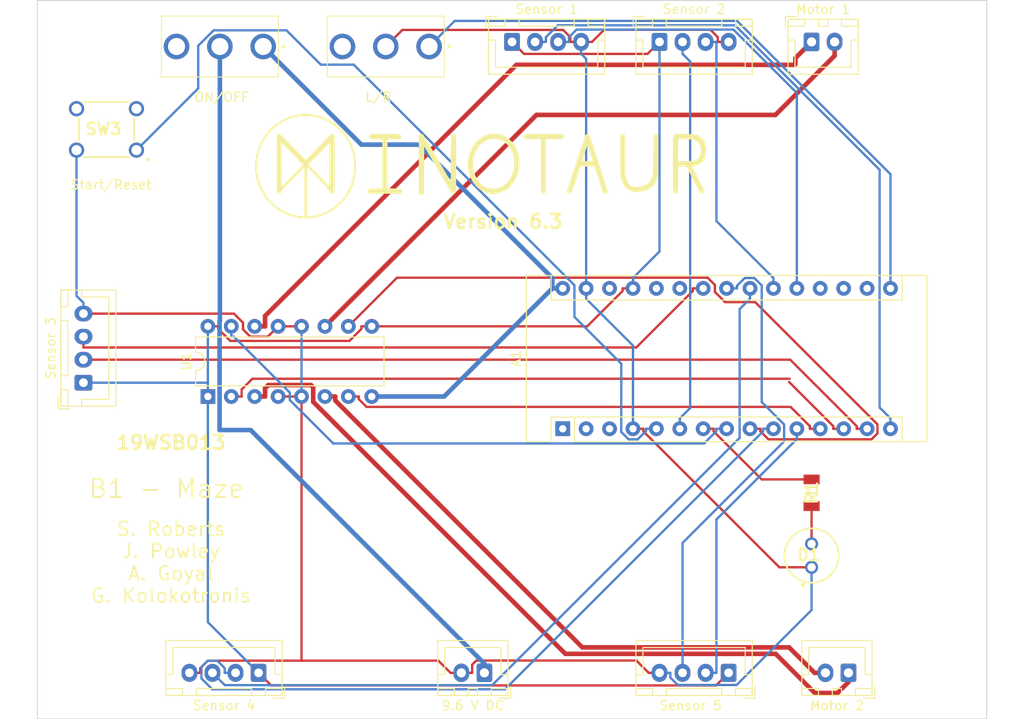
<source format=kicad_pcb>
(kicad_pcb (version 20171130) (host pcbnew "(5.1.5)-3")

  (general
    (thickness 1.6)
    (drawings 11)
    (tracks 247)
    (zones 0)
    (modules 20)
    (nets 38)
  )

  (page A4)
  (layers
    (0 F.Cu signal)
    (31 B.Cu signal)
    (32 B.Adhes user)
    (33 F.Adhes user)
    (34 B.Paste user)
    (35 F.Paste user)
    (36 B.SilkS user)
    (37 F.SilkS user)
    (38 B.Mask user)
    (39 F.Mask user)
    (40 Dwgs.User user)
    (41 Cmts.User user)
    (42 Eco1.User user)
    (43 Eco2.User user)
    (44 Edge.Cuts user)
    (45 Margin user hide)
    (46 B.CrtYd user)
    (47 F.CrtYd user)
    (48 B.Fab user)
    (49 F.Fab user)
  )

  (setup
    (last_trace_width 0.5)
    (user_trace_width 0.5)
    (trace_clearance 0.2)
    (zone_clearance 0.508)
    (zone_45_only no)
    (trace_min 0.2)
    (via_size 0.8)
    (via_drill 0.4)
    (via_min_size 0.4)
    (via_min_drill 0.3)
    (uvia_size 0.3)
    (uvia_drill 0.1)
    (uvias_allowed no)
    (uvia_min_size 0.2)
    (uvia_min_drill 0.1)
    (edge_width 0.1)
    (segment_width 0.2)
    (pcb_text_width 0.3)
    (pcb_text_size 1.5 1.5)
    (mod_edge_width 0.15)
    (mod_text_size 1 1)
    (mod_text_width 0.15)
    (pad_size 1.524 1.524)
    (pad_drill 0.762)
    (pad_to_mask_clearance 0)
    (aux_axis_origin 0 0)
    (visible_elements 7FFFFFFF)
    (pcbplotparams
      (layerselection 0x010fc_ffffffff)
      (usegerberextensions false)
      (usegerberattributes false)
      (usegerberadvancedattributes false)
      (creategerberjobfile false)
      (excludeedgelayer true)
      (linewidth 0.100000)
      (plotframeref false)
      (viasonmask false)
      (mode 1)
      (useauxorigin false)
      (hpglpennumber 1)
      (hpglpenspeed 20)
      (hpglpendiameter 15.000000)
      (psnegative false)
      (psa4output false)
      (plotreference true)
      (plotvalue true)
      (plotinvisibletext false)
      (padsonsilk false)
      (subtractmaskfromsilk false)
      (outputformat 1)
      (mirror false)
      (drillshape 0)
      (scaleselection 1)
      (outputdirectory ""))
  )

  (net 0 "")
  (net 1 "Net-(A1-Pad1)")
  (net 2 "Net-(A1-Pad17)")
  (net 3 "Net-(A1-Pad2)")
  (net 4 "Net-(A1-Pad18)")
  (net 5 "Net-(A1-Pad3)")
  (net 6 /Echo5)
  (net 7 "Net-(A1-Pad5)")
  (net 8 /Echo4)
  (net 9 /Echo3)
  (net 10 "Net-(A1-Pad7)")
  (net 11 "Net-(A1-Pad8)")
  (net 12 /Echo1)
  (net 13 "Net-(A1-Pad9)")
  (net 14 "Net-(A1-Pad25)")
  (net 15 "Net-(A1-Pad26)")
  (net 16 "Net-(A1-Pad12)")
  (net 17 "Net-(A1-Pad28)")
  (net 18 "Net-(A1-Pad13)")
  (net 19 "Net-(A1-Pad16)")
  (net 20 "Net-(J6-Pad1)")
  (net 21 "Net-(J6-Pad2)")
  (net 22 "Net-(J7-Pad2)")
  (net 23 "Net-(J7-Pad1)")
  (net 24 "Net-(A1-Pad19)")
  (net 25 "Net-(A1-Pad21)")
  (net 26 /Trig2)
  (net 27 /Trig3)
  (net 28 /Trig4)
  (net 29 /Trig5)
  (net 30 /Trig1)
  (net 31 "Net-(D1-Pad2)")
  (net 32 "Net-(SW1-Pad3)")
  (net 33 "Net-(SW2-Pad3)")
  (net 34 /GND)
  (net 35 /VCC2)
  (net 36 /VCC)
  (net 37 "Net-(J8-Pad1)")

  (net_class Default "This is the default net class."
    (clearance 0.2)
    (trace_width 0.25)
    (via_dia 0.8)
    (via_drill 0.4)
    (uvia_dia 0.3)
    (uvia_drill 0.1)
    (add_net /Echo1)
    (add_net /Echo3)
    (add_net /Echo4)
    (add_net /Echo5)
    (add_net /GND)
    (add_net /Trig1)
    (add_net /Trig2)
    (add_net /Trig3)
    (add_net /Trig4)
    (add_net /Trig5)
    (add_net /VCC)
    (add_net /VCC2)
    (add_net "Net-(A1-Pad1)")
    (add_net "Net-(A1-Pad12)")
    (add_net "Net-(A1-Pad13)")
    (add_net "Net-(A1-Pad16)")
    (add_net "Net-(A1-Pad17)")
    (add_net "Net-(A1-Pad18)")
    (add_net "Net-(A1-Pad19)")
    (add_net "Net-(A1-Pad2)")
    (add_net "Net-(A1-Pad21)")
    (add_net "Net-(A1-Pad25)")
    (add_net "Net-(A1-Pad26)")
    (add_net "Net-(A1-Pad28)")
    (add_net "Net-(A1-Pad3)")
    (add_net "Net-(A1-Pad5)")
    (add_net "Net-(A1-Pad7)")
    (add_net "Net-(A1-Pad8)")
    (add_net "Net-(A1-Pad9)")
    (add_net "Net-(D1-Pad2)")
    (add_net "Net-(J6-Pad1)")
    (add_net "Net-(J6-Pad2)")
    (add_net "Net-(J7-Pad1)")
    (add_net "Net-(J7-Pad2)")
    (add_net "Net-(J8-Pad1)")
    (add_net "Net-(SW1-Pad3)")
    (add_net "Net-(SW2-Pad3)")
  )

  (module Connector_JST:JST_XH_B2B-XH-A_1x02_P2.50mm_Vertical (layer F.Cu) (tedit 5C28146C) (tstamp 5E58710A)
    (at 179 124 180)
    (descr "JST XH series connector, B2B-XH-A (http://www.jst-mfg.com/product/pdf/eng/eXH.pdf), generated with kicad-footprint-generator")
    (tags "connector JST XH vertical")
    (path /5E5EE63A)
    (fp_text reference "Motor 2" (at 1.25 -3.55) (layer F.SilkS)
      (effects (font (size 1 1) (thickness 0.15)))
    )
    (fp_text value Conn_01x02_Male (at 1.25 4.6) (layer F.Fab)
      (effects (font (size 1 1) (thickness 0.15)))
    )
    (fp_line (start -2.45 -2.35) (end -2.45 3.4) (layer F.Fab) (width 0.1))
    (fp_line (start -2.45 3.4) (end 4.95 3.4) (layer F.Fab) (width 0.1))
    (fp_line (start 4.95 3.4) (end 4.95 -2.35) (layer F.Fab) (width 0.1))
    (fp_line (start 4.95 -2.35) (end -2.45 -2.35) (layer F.Fab) (width 0.1))
    (fp_line (start -2.56 -2.46) (end -2.56 3.51) (layer F.SilkS) (width 0.12))
    (fp_line (start -2.56 3.51) (end 5.06 3.51) (layer F.SilkS) (width 0.12))
    (fp_line (start 5.06 3.51) (end 5.06 -2.46) (layer F.SilkS) (width 0.12))
    (fp_line (start 5.06 -2.46) (end -2.56 -2.46) (layer F.SilkS) (width 0.12))
    (fp_line (start -2.95 -2.85) (end -2.95 3.9) (layer F.CrtYd) (width 0.05))
    (fp_line (start -2.95 3.9) (end 5.45 3.9) (layer F.CrtYd) (width 0.05))
    (fp_line (start 5.45 3.9) (end 5.45 -2.85) (layer F.CrtYd) (width 0.05))
    (fp_line (start 5.45 -2.85) (end -2.95 -2.85) (layer F.CrtYd) (width 0.05))
    (fp_line (start -0.625 -2.35) (end 0 -1.35) (layer F.Fab) (width 0.1))
    (fp_line (start 0 -1.35) (end 0.625 -2.35) (layer F.Fab) (width 0.1))
    (fp_line (start 0.75 -2.45) (end 0.75 -1.7) (layer F.SilkS) (width 0.12))
    (fp_line (start 0.75 -1.7) (end 1.75 -1.7) (layer F.SilkS) (width 0.12))
    (fp_line (start 1.75 -1.7) (end 1.75 -2.45) (layer F.SilkS) (width 0.12))
    (fp_line (start 1.75 -2.45) (end 0.75 -2.45) (layer F.SilkS) (width 0.12))
    (fp_line (start -2.55 -2.45) (end -2.55 -1.7) (layer F.SilkS) (width 0.12))
    (fp_line (start -2.55 -1.7) (end -0.75 -1.7) (layer F.SilkS) (width 0.12))
    (fp_line (start -0.75 -1.7) (end -0.75 -2.45) (layer F.SilkS) (width 0.12))
    (fp_line (start -0.75 -2.45) (end -2.55 -2.45) (layer F.SilkS) (width 0.12))
    (fp_line (start 3.25 -2.45) (end 3.25 -1.7) (layer F.SilkS) (width 0.12))
    (fp_line (start 3.25 -1.7) (end 5.05 -1.7) (layer F.SilkS) (width 0.12))
    (fp_line (start 5.05 -1.7) (end 5.05 -2.45) (layer F.SilkS) (width 0.12))
    (fp_line (start 5.05 -2.45) (end 3.25 -2.45) (layer F.SilkS) (width 0.12))
    (fp_line (start -2.55 -0.2) (end -1.8 -0.2) (layer F.SilkS) (width 0.12))
    (fp_line (start -1.8 -0.2) (end -1.8 2.75) (layer F.SilkS) (width 0.12))
    (fp_line (start -1.8 2.75) (end 1.25 2.75) (layer F.SilkS) (width 0.12))
    (fp_line (start 5.05 -0.2) (end 4.3 -0.2) (layer F.SilkS) (width 0.12))
    (fp_line (start 4.3 -0.2) (end 4.3 2.75) (layer F.SilkS) (width 0.12))
    (fp_line (start 4.3 2.75) (end 1.25 2.75) (layer F.SilkS) (width 0.12))
    (fp_line (start -1.6 -2.75) (end -2.85 -2.75) (layer F.SilkS) (width 0.12))
    (fp_line (start -2.85 -2.75) (end -2.85 -1.5) (layer F.SilkS) (width 0.12))
    (fp_text user %R (at 1.25 2.7) (layer F.Fab)
      (effects (font (size 1 1) (thickness 0.15)))
    )
    (pad 1 thru_hole roundrect (at 0 0 180) (size 1.7 2) (drill 1) (layers *.Cu *.Mask) (roundrect_rratio 0.147059)
      (net 20 "Net-(J6-Pad1)"))
    (pad 2 thru_hole oval (at 2.5 0 180) (size 1.7 2) (drill 1) (layers *.Cu *.Mask)
      (net 21 "Net-(J6-Pad2)"))
    (model ${KISYS3DMOD}/Connector_JST.3dshapes/JST_XH_B2B-XH-A_1x02_P2.50mm_Vertical.wrl
      (at (xyz 0 0 0))
      (scale (xyz 1 1 1))
      (rotate (xyz 0 0 0))
    )
  )

  (module Tactile_Switch:B3F1000 (layer F.Cu) (tedit 0) (tstamp 5E5871AE)
    (at 98.5 65)
    (descr B3F1000)
    (tags Switch)
    (path /5E5BC9EC)
    (fp_text reference SW3 (at -0.33 -0.055) (layer F.SilkS)
      (effects (font (size 1.27 1.27) (thickness 0.254)))
    )
    (fp_text value SW_Push (at -0.33 -0.055) (layer F.SilkS) hide
      (effects (font (size 1.27 1.27) (thickness 0.254)))
    )
    (fp_text user %R (at -0.33 -0.055) (layer F.Fab)
      (effects (font (size 1.27 1.27) (thickness 0.254)))
    )
    (fp_line (start -3 -3) (end 3 -3) (layer F.Fab) (width 0.2))
    (fp_line (start 3 -3) (end 3 3) (layer F.Fab) (width 0.2))
    (fp_line (start 3 3) (end -3 3) (layer F.Fab) (width 0.2))
    (fp_line (start -3 3) (end -3 -3) (layer F.Fab) (width 0.2))
    (fp_line (start -2.5 -3) (end 2.5 -3) (layer F.SilkS) (width 0.2))
    (fp_line (start -2.5 3) (end 2.5 3) (layer F.SilkS) (width 0.2))
    (fp_line (start -3 -1.2) (end -3 1.2) (layer F.SilkS) (width 0.2))
    (fp_line (start 3 -1.2) (end 3 1.2) (layer F.SilkS) (width 0.2))
    (fp_circle (center 4.527 3.273) (end 4.527 3.37588) (layer F.SilkS) (width 0.2))
    (pad 1 thru_hole circle (at 3.25 2.25) (size 1.65 1.65) (drill 1.1) (layers *.Cu *.Mask)
      (net 7 "Net-(A1-Pad5)"))
    (pad 2 thru_hole circle (at -3.25 2.25) (size 1.65 1.65) (drill 1.1) (layers *.Cu *.Mask)
      (net 34 /GND))
    (pad 3 thru_hole circle (at 3.25 -2.25) (size 1.65 1.65) (drill 1.1) (layers *.Cu *.Mask))
    (pad 4 thru_hole circle (at -3.25 -2.25) (size 1.65 1.65) (drill 1.1) (layers *.Cu *.Mask))
  )

  (module Connector_JST:JST_XH_B2B-XH-A_1x02_P2.50mm_Vertical (layer F.Cu) (tedit 5C28146C) (tstamp 5E58715C)
    (at 139.5 124 180)
    (descr "JST XH series connector, B2B-XH-A (http://www.jst-mfg.com/product/pdf/eng/eXH.pdf), generated with kicad-footprint-generator")
    (tags "connector JST XH vertical")
    (path /5E6493B1)
    (fp_text reference "9.6 V DC" (at 1.25 -3.55) (layer F.SilkS)
      (effects (font (size 1 1) (thickness 0.15)))
    )
    (fp_text value Conn_01x02_Male (at 1.25 4.6) (layer F.Fab)
      (effects (font (size 1 1) (thickness 0.15)))
    )
    (fp_line (start -2.45 -2.35) (end -2.45 3.4) (layer F.Fab) (width 0.1))
    (fp_line (start -2.45 3.4) (end 4.95 3.4) (layer F.Fab) (width 0.1))
    (fp_line (start 4.95 3.4) (end 4.95 -2.35) (layer F.Fab) (width 0.1))
    (fp_line (start 4.95 -2.35) (end -2.45 -2.35) (layer F.Fab) (width 0.1))
    (fp_line (start -2.56 -2.46) (end -2.56 3.51) (layer F.SilkS) (width 0.12))
    (fp_line (start -2.56 3.51) (end 5.06 3.51) (layer F.SilkS) (width 0.12))
    (fp_line (start 5.06 3.51) (end 5.06 -2.46) (layer F.SilkS) (width 0.12))
    (fp_line (start 5.06 -2.46) (end -2.56 -2.46) (layer F.SilkS) (width 0.12))
    (fp_line (start -2.95 -2.85) (end -2.95 3.9) (layer F.CrtYd) (width 0.05))
    (fp_line (start -2.95 3.9) (end 5.45 3.9) (layer F.CrtYd) (width 0.05))
    (fp_line (start 5.45 3.9) (end 5.45 -2.85) (layer F.CrtYd) (width 0.05))
    (fp_line (start 5.45 -2.85) (end -2.95 -2.85) (layer F.CrtYd) (width 0.05))
    (fp_line (start -0.625 -2.35) (end 0 -1.35) (layer F.Fab) (width 0.1))
    (fp_line (start 0 -1.35) (end 0.625 -2.35) (layer F.Fab) (width 0.1))
    (fp_line (start 0.75 -2.45) (end 0.75 -1.7) (layer F.SilkS) (width 0.12))
    (fp_line (start 0.75 -1.7) (end 1.75 -1.7) (layer F.SilkS) (width 0.12))
    (fp_line (start 1.75 -1.7) (end 1.75 -2.45) (layer F.SilkS) (width 0.12))
    (fp_line (start 1.75 -2.45) (end 0.75 -2.45) (layer F.SilkS) (width 0.12))
    (fp_line (start -2.55 -2.45) (end -2.55 -1.7) (layer F.SilkS) (width 0.12))
    (fp_line (start -2.55 -1.7) (end -0.75 -1.7) (layer F.SilkS) (width 0.12))
    (fp_line (start -0.75 -1.7) (end -0.75 -2.45) (layer F.SilkS) (width 0.12))
    (fp_line (start -0.75 -2.45) (end -2.55 -2.45) (layer F.SilkS) (width 0.12))
    (fp_line (start 3.25 -2.45) (end 3.25 -1.7) (layer F.SilkS) (width 0.12))
    (fp_line (start 3.25 -1.7) (end 5.05 -1.7) (layer F.SilkS) (width 0.12))
    (fp_line (start 5.05 -1.7) (end 5.05 -2.45) (layer F.SilkS) (width 0.12))
    (fp_line (start 5.05 -2.45) (end 3.25 -2.45) (layer F.SilkS) (width 0.12))
    (fp_line (start -2.55 -0.2) (end -1.8 -0.2) (layer F.SilkS) (width 0.12))
    (fp_line (start -1.8 -0.2) (end -1.8 2.75) (layer F.SilkS) (width 0.12))
    (fp_line (start -1.8 2.75) (end 1.25 2.75) (layer F.SilkS) (width 0.12))
    (fp_line (start 5.05 -0.2) (end 4.3 -0.2) (layer F.SilkS) (width 0.12))
    (fp_line (start 4.3 -0.2) (end 4.3 2.75) (layer F.SilkS) (width 0.12))
    (fp_line (start 4.3 2.75) (end 1.25 2.75) (layer F.SilkS) (width 0.12))
    (fp_line (start -1.6 -2.75) (end -2.85 -2.75) (layer F.SilkS) (width 0.12))
    (fp_line (start -2.85 -2.75) (end -2.85 -1.5) (layer F.SilkS) (width 0.12))
    (fp_text user %R (at 1.25 2.7) (layer F.Fab)
      (effects (font (size 1 1) (thickness 0.15)))
    )
    (pad 1 thru_hole roundrect (at 0 0 180) (size 1.7 2) (drill 1) (layers *.Cu *.Mask) (roundrect_rratio 0.147059)
      (net 37 "Net-(J8-Pad1)"))
    (pad 2 thru_hole oval (at 2.5 0 180) (size 1.7 2) (drill 1) (layers *.Cu *.Mask)
      (net 34 /GND))
    (model ${KISYS3DMOD}/Connector_JST.3dshapes/JST_XH_B2B-XH-A_1x02_P2.50mm_Vertical.wrl
      (at (xyz 0 0 0))
      (scale (xyz 1 1 1))
      (rotate (xyz 0 0 0))
    )
  )

  (module 150R:RESC3116X65N (layer F.Cu) (tedit 0) (tstamp 5E58716C)
    (at 175 104.45 90)
    (descr CRG_1206)
    (tags Resistor)
    (path /5E5F55B3)
    (attr smd)
    (fp_text reference R1 (at 0 0 90) (layer F.SilkS)
      (effects (font (size 1.27 1.27) (thickness 0.254)))
    )
    (fp_text value R (at 0 0 90) (layer F.SilkS) hide
      (effects (font (size 1.27 1.27) (thickness 0.254)))
    )
    (fp_text user %R (at 0 0 90) (layer F.Fab)
      (effects (font (size 1.27 1.27) (thickness 0.254)))
    )
    (fp_line (start -2.225 -1.15) (end 2.225 -1.15) (layer F.CrtYd) (width 0.05))
    (fp_line (start 2.225 -1.15) (end 2.225 1.15) (layer F.CrtYd) (width 0.05))
    (fp_line (start 2.225 1.15) (end -2.225 1.15) (layer F.CrtYd) (width 0.05))
    (fp_line (start -2.225 1.15) (end -2.225 -1.15) (layer F.CrtYd) (width 0.05))
    (fp_line (start -1.55 -0.775) (end 1.55 -0.775) (layer F.Fab) (width 0.1))
    (fp_line (start 1.55 -0.775) (end 1.55 0.775) (layer F.Fab) (width 0.1))
    (fp_line (start 1.55 0.775) (end -1.55 0.775) (layer F.Fab) (width 0.1))
    (fp_line (start -1.55 0.775) (end -1.55 -0.775) (layer F.Fab) (width 0.1))
    (fp_line (start 0 -0.675) (end 0 0.675) (layer F.SilkS) (width 0.2))
    (pad 1 smd rect (at -1.45 0 90) (size 1.05 1.75) (layers F.Cu F.Paste F.Mask)
      (net 31 "Net-(D1-Pad2)"))
    (pad 2 smd rect (at 1.45 0 90) (size 1.05 1.75) (layers F.Cu F.Paste F.Mask)
      (net 10 "Net-(A1-Pad7)"))
    (model CRG1206F150R.stp
      (at (xyz 0 0 0))
      (scale (xyz 1 1 1))
      (rotate (xyz 0 0 0))
    )
  )

  (module Package_DIP:DIP-16_W7.62mm (layer F.Cu) (tedit 5A02E8C5) (tstamp 5E5871D2)
    (at 109.5 94 90)
    (descr "16-lead though-hole mounted DIP package, row spacing 7.62 mm (300 mils)")
    (tags "THT DIP DIL PDIP 2.54mm 7.62mm 300mil")
    (path /5E56C170)
    (fp_text reference U1 (at 3.81 -2.33 90) (layer F.SilkS)
      (effects (font (size 1 1) (thickness 0.15)))
    )
    (fp_text value L293D (at 3.81 20.11 90) (layer F.Fab)
      (effects (font (size 1 1) (thickness 0.15)))
    )
    (fp_arc (start 3.81 -1.33) (end 2.81 -1.33) (angle -180) (layer F.SilkS) (width 0.12))
    (fp_line (start 1.635 -1.27) (end 6.985 -1.27) (layer F.Fab) (width 0.1))
    (fp_line (start 6.985 -1.27) (end 6.985 19.05) (layer F.Fab) (width 0.1))
    (fp_line (start 6.985 19.05) (end 0.635 19.05) (layer F.Fab) (width 0.1))
    (fp_line (start 0.635 19.05) (end 0.635 -0.27) (layer F.Fab) (width 0.1))
    (fp_line (start 0.635 -0.27) (end 1.635 -1.27) (layer F.Fab) (width 0.1))
    (fp_line (start 2.81 -1.33) (end 1.16 -1.33) (layer F.SilkS) (width 0.12))
    (fp_line (start 1.16 -1.33) (end 1.16 19.11) (layer F.SilkS) (width 0.12))
    (fp_line (start 1.16 19.11) (end 6.46 19.11) (layer F.SilkS) (width 0.12))
    (fp_line (start 6.46 19.11) (end 6.46 -1.33) (layer F.SilkS) (width 0.12))
    (fp_line (start 6.46 -1.33) (end 4.81 -1.33) (layer F.SilkS) (width 0.12))
    (fp_line (start -1.1 -1.55) (end -1.1 19.3) (layer F.CrtYd) (width 0.05))
    (fp_line (start -1.1 19.3) (end 8.7 19.3) (layer F.CrtYd) (width 0.05))
    (fp_line (start 8.7 19.3) (end 8.7 -1.55) (layer F.CrtYd) (width 0.05))
    (fp_line (start 8.7 -1.55) (end -1.1 -1.55) (layer F.CrtYd) (width 0.05))
    (fp_text user %R (at 3.81 8.89 90) (layer F.Fab)
      (effects (font (size 1 1) (thickness 0.15)))
    )
    (pad 1 thru_hole rect (at 0 0 90) (size 1.6 1.6) (drill 0.8) (layers *.Cu *.Mask)
      (net 35 /VCC2))
    (pad 9 thru_hole oval (at 7.62 17.78 90) (size 1.6 1.6) (drill 0.8) (layers *.Cu *.Mask)
      (net 35 /VCC2))
    (pad 2 thru_hole oval (at 0 2.54 90) (size 1.6 1.6) (drill 0.8) (layers *.Cu *.Mask)
      (net 18 "Net-(A1-Pad13)"))
    (pad 10 thru_hole oval (at 7.62 15.24 90) (size 1.6 1.6) (drill 0.8) (layers *.Cu *.Mask)
      (net 13 "Net-(A1-Pad9)"))
    (pad 3 thru_hole oval (at 0 5.08 90) (size 1.6 1.6) (drill 0.8) (layers *.Cu *.Mask)
      (net 20 "Net-(J6-Pad1)"))
    (pad 11 thru_hole oval (at 7.62 12.7 90) (size 1.6 1.6) (drill 0.8) (layers *.Cu *.Mask)
      (net 22 "Net-(J7-Pad2)"))
    (pad 4 thru_hole oval (at 0 7.62 90) (size 1.6 1.6) (drill 0.8) (layers *.Cu *.Mask)
      (net 34 /GND))
    (pad 12 thru_hole oval (at 7.62 10.16 90) (size 1.6 1.6) (drill 0.8) (layers *.Cu *.Mask)
      (net 34 /GND))
    (pad 5 thru_hole oval (at 0 10.16 90) (size 1.6 1.6) (drill 0.8) (layers *.Cu *.Mask)
      (net 34 /GND))
    (pad 13 thru_hole oval (at 7.62 7.62 90) (size 1.6 1.6) (drill 0.8) (layers *.Cu *.Mask)
      (net 34 /GND))
    (pad 6 thru_hole oval (at 0 12.7 90) (size 1.6 1.6) (drill 0.8) (layers *.Cu *.Mask)
      (net 21 "Net-(J6-Pad2)"))
    (pad 14 thru_hole oval (at 7.62 5.08 90) (size 1.6 1.6) (drill 0.8) (layers *.Cu *.Mask)
      (net 23 "Net-(J7-Pad1)"))
    (pad 7 thru_hole oval (at 0 15.24 90) (size 1.6 1.6) (drill 0.8) (layers *.Cu *.Mask)
      (net 16 "Net-(A1-Pad12)"))
    (pad 15 thru_hole oval (at 7.62 2.54 90) (size 1.6 1.6) (drill 0.8) (layers *.Cu *.Mask)
      (net 11 "Net-(A1-Pad8)"))
    (pad 8 thru_hole oval (at 0 17.78 90) (size 1.6 1.6) (drill 0.8) (layers *.Cu *.Mask)
      (net 36 /VCC))
    (pad 16 thru_hole oval (at 7.62 0 90) (size 1.6 1.6) (drill 0.8) (layers *.Cu *.Mask)
      (net 35 /VCC2))
    (model ${KISYS3DMOD}/Package_DIP.3dshapes/DIP-16_W7.62mm.wrl
      (at (xyz 0 0 0))
      (scale (xyz 1 1 1))
      (rotate (xyz 0 0 0))
    )
  )

  (module Connector_JST:JST_XH_B4B-XH-A_1x04_P2.50mm_Vertical (layer F.Cu) (tedit 5C28146C) (tstamp 5E5870E1)
    (at 96 92.5 90)
    (descr "JST XH series connector, B4B-XH-A (http://www.jst-mfg.com/product/pdf/eng/eXH.pdf), generated with kicad-footprint-generator")
    (tags "connector JST XH vertical")
    (path /5E575B8B)
    (fp_text reference "Sensor 3" (at 3.75 -3.55 90) (layer F.SilkS)
      (effects (font (size 1 1) (thickness 0.15)))
    )
    (fp_text value Conn_01x04_Male (at 3.75 4.6 90) (layer F.Fab)
      (effects (font (size 1 1) (thickness 0.15)))
    )
    (fp_text user %R (at 3.75 2.7 90) (layer F.Fab)
      (effects (font (size 1 1) (thickness 0.15)))
    )
    (fp_line (start -2.85 -2.75) (end -2.85 -1.5) (layer F.SilkS) (width 0.12))
    (fp_line (start -1.6 -2.75) (end -2.85 -2.75) (layer F.SilkS) (width 0.12))
    (fp_line (start 9.3 2.75) (end 3.75 2.75) (layer F.SilkS) (width 0.12))
    (fp_line (start 9.3 -0.2) (end 9.3 2.75) (layer F.SilkS) (width 0.12))
    (fp_line (start 10.05 -0.2) (end 9.3 -0.2) (layer F.SilkS) (width 0.12))
    (fp_line (start -1.8 2.75) (end 3.75 2.75) (layer F.SilkS) (width 0.12))
    (fp_line (start -1.8 -0.2) (end -1.8 2.75) (layer F.SilkS) (width 0.12))
    (fp_line (start -2.55 -0.2) (end -1.8 -0.2) (layer F.SilkS) (width 0.12))
    (fp_line (start 10.05 -2.45) (end 8.25 -2.45) (layer F.SilkS) (width 0.12))
    (fp_line (start 10.05 -1.7) (end 10.05 -2.45) (layer F.SilkS) (width 0.12))
    (fp_line (start 8.25 -1.7) (end 10.05 -1.7) (layer F.SilkS) (width 0.12))
    (fp_line (start 8.25 -2.45) (end 8.25 -1.7) (layer F.SilkS) (width 0.12))
    (fp_line (start -0.75 -2.45) (end -2.55 -2.45) (layer F.SilkS) (width 0.12))
    (fp_line (start -0.75 -1.7) (end -0.75 -2.45) (layer F.SilkS) (width 0.12))
    (fp_line (start -2.55 -1.7) (end -0.75 -1.7) (layer F.SilkS) (width 0.12))
    (fp_line (start -2.55 -2.45) (end -2.55 -1.7) (layer F.SilkS) (width 0.12))
    (fp_line (start 6.75 -2.45) (end 0.75 -2.45) (layer F.SilkS) (width 0.12))
    (fp_line (start 6.75 -1.7) (end 6.75 -2.45) (layer F.SilkS) (width 0.12))
    (fp_line (start 0.75 -1.7) (end 6.75 -1.7) (layer F.SilkS) (width 0.12))
    (fp_line (start 0.75 -2.45) (end 0.75 -1.7) (layer F.SilkS) (width 0.12))
    (fp_line (start 0 -1.35) (end 0.625 -2.35) (layer F.Fab) (width 0.1))
    (fp_line (start -0.625 -2.35) (end 0 -1.35) (layer F.Fab) (width 0.1))
    (fp_line (start 10.45 -2.85) (end -2.95 -2.85) (layer F.CrtYd) (width 0.05))
    (fp_line (start 10.45 3.9) (end 10.45 -2.85) (layer F.CrtYd) (width 0.05))
    (fp_line (start -2.95 3.9) (end 10.45 3.9) (layer F.CrtYd) (width 0.05))
    (fp_line (start -2.95 -2.85) (end -2.95 3.9) (layer F.CrtYd) (width 0.05))
    (fp_line (start 10.06 -2.46) (end -2.56 -2.46) (layer F.SilkS) (width 0.12))
    (fp_line (start 10.06 3.51) (end 10.06 -2.46) (layer F.SilkS) (width 0.12))
    (fp_line (start -2.56 3.51) (end 10.06 3.51) (layer F.SilkS) (width 0.12))
    (fp_line (start -2.56 -2.46) (end -2.56 3.51) (layer F.SilkS) (width 0.12))
    (fp_line (start 9.95 -2.35) (end -2.45 -2.35) (layer F.Fab) (width 0.1))
    (fp_line (start 9.95 3.4) (end 9.95 -2.35) (layer F.Fab) (width 0.1))
    (fp_line (start -2.45 3.4) (end 9.95 3.4) (layer F.Fab) (width 0.1))
    (fp_line (start -2.45 -2.35) (end -2.45 3.4) (layer F.Fab) (width 0.1))
    (pad 4 thru_hole oval (at 7.5 0 90) (size 1.7 1.95) (drill 0.95) (layers *.Cu *.Mask)
      (net 34 /GND))
    (pad 3 thru_hole oval (at 5 0 90) (size 1.7 1.95) (drill 0.95) (layers *.Cu *.Mask)
      (net 6 /Echo5))
    (pad 2 thru_hole oval (at 2.5 0 90) (size 1.7 1.95) (drill 0.95) (layers *.Cu *.Mask)
      (net 29 /Trig5))
    (pad 1 thru_hole roundrect (at 0 0 90) (size 1.7 1.95) (drill 0.95) (layers *.Cu *.Mask) (roundrect_rratio 0.147059)
      (net 35 /VCC2))
    (model ${KISYS3DMOD}/Connector_JST.3dshapes/JST_XH_B4B-XH-A_1x04_P2.50mm_Vertical.wrl
      (at (xyz 0 0 0))
      (scale (xyz 1 1 1))
      (rotate (xyz 0 0 0))
    )
  )

  (module MountingHole:MountingHole_2.1mm (layer F.Cu) (tedit 5B924765) (tstamp 5E572A9D)
    (at 95 125)
    (descr "Mounting Hole 2.1mm, no annular")
    (tags "mounting hole 2.1mm no annular")
    (attr virtual)
    (fp_text reference "Hole 1" (at 0 -3.2) (layer F.SilkS) hide
      (effects (font (size 1 1) (thickness 0.15)))
    )
    (fp_text value MountingHole_2.1mm (at 0 3.2) (layer F.Fab)
      (effects (font (size 1 1) (thickness 0.15)))
    )
    (fp_text user %R (at 0.3 0) (layer F.Fab)
      (effects (font (size 1 1) (thickness 0.15)))
    )
    (fp_circle (center 0 0) (end 2.1 0) (layer Cmts.User) (width 0.15))
    (fp_circle (center 0 0) (end 2.35 0) (layer F.CrtYd) (width 0.05))
    (pad "" np_thru_hole circle (at 0 0) (size 2.1 2.1) (drill 2.1) (layers *.Cu *.Mask))
  )

  (module Module:Arduino_Nano (layer F.Cu) (tedit 58ACAF70) (tstamp 5E587000)
    (at 148 97.5 90)
    (descr "Arduino Nano, http://www.mouser.com/pdfdocs/Gravitech_Arduino_Nano3_0.pdf")
    (tags "Arduino Nano")
    (path /5E56B5ED)
    (fp_text reference A1 (at 7.62 -5.08 90) (layer F.SilkS)
      (effects (font (size 1 1) (thickness 0.15)))
    )
    (fp_text value Arduino_Nano_v3.x (at 8.89 19.05) (layer F.Fab)
      (effects (font (size 1 1) (thickness 0.15)))
    )
    (fp_text user %R (at 6.35 19.05) (layer F.Fab)
      (effects (font (size 1 1) (thickness 0.15)))
    )
    (fp_line (start 1.27 1.27) (end 1.27 -1.27) (layer F.SilkS) (width 0.12))
    (fp_line (start 1.27 -1.27) (end -1.4 -1.27) (layer F.SilkS) (width 0.12))
    (fp_line (start -1.4 1.27) (end -1.4 39.5) (layer F.SilkS) (width 0.12))
    (fp_line (start -1.4 -3.94) (end -1.4 -1.27) (layer F.SilkS) (width 0.12))
    (fp_line (start 13.97 -1.27) (end 16.64 -1.27) (layer F.SilkS) (width 0.12))
    (fp_line (start 13.97 -1.27) (end 13.97 36.83) (layer F.SilkS) (width 0.12))
    (fp_line (start 13.97 36.83) (end 16.64 36.83) (layer F.SilkS) (width 0.12))
    (fp_line (start 1.27 1.27) (end -1.4 1.27) (layer F.SilkS) (width 0.12))
    (fp_line (start 1.27 1.27) (end 1.27 36.83) (layer F.SilkS) (width 0.12))
    (fp_line (start 1.27 36.83) (end -1.4 36.83) (layer F.SilkS) (width 0.12))
    (fp_line (start 3.81 31.75) (end 11.43 31.75) (layer F.Fab) (width 0.1))
    (fp_line (start 11.43 31.75) (end 11.43 41.91) (layer F.Fab) (width 0.1))
    (fp_line (start 11.43 41.91) (end 3.81 41.91) (layer F.Fab) (width 0.1))
    (fp_line (start 3.81 41.91) (end 3.81 31.75) (layer F.Fab) (width 0.1))
    (fp_line (start -1.4 39.5) (end 16.64 39.5) (layer F.SilkS) (width 0.12))
    (fp_line (start 16.64 39.5) (end 16.64 -3.94) (layer F.SilkS) (width 0.12))
    (fp_line (start 16.64 -3.94) (end -1.4 -3.94) (layer F.SilkS) (width 0.12))
    (fp_line (start 16.51 39.37) (end -1.27 39.37) (layer F.Fab) (width 0.1))
    (fp_line (start -1.27 39.37) (end -1.27 -2.54) (layer F.Fab) (width 0.1))
    (fp_line (start -1.27 -2.54) (end 0 -3.81) (layer F.Fab) (width 0.1))
    (fp_line (start 0 -3.81) (end 16.51 -3.81) (layer F.Fab) (width 0.1))
    (fp_line (start 16.51 -3.81) (end 16.51 39.37) (layer F.Fab) (width 0.1))
    (fp_line (start -1.53 -4.06) (end 16.75 -4.06) (layer F.CrtYd) (width 0.05))
    (fp_line (start -1.53 -4.06) (end -1.53 42.16) (layer F.CrtYd) (width 0.05))
    (fp_line (start 16.75 42.16) (end 16.75 -4.06) (layer F.CrtYd) (width 0.05))
    (fp_line (start 16.75 42.16) (end -1.53 42.16) (layer F.CrtYd) (width 0.05))
    (pad 1 thru_hole rect (at 0 0 90) (size 1.6 1.6) (drill 0.8) (layers *.Cu *.Mask)
      (net 1 "Net-(A1-Pad1)"))
    (pad 17 thru_hole oval (at 15.24 33.02 90) (size 1.6 1.6) (drill 0.8) (layers *.Cu *.Mask)
      (net 2 "Net-(A1-Pad17)"))
    (pad 2 thru_hole oval (at 0 2.54 90) (size 1.6 1.6) (drill 0.8) (layers *.Cu *.Mask)
      (net 3 "Net-(A1-Pad2)"))
    (pad 18 thru_hole oval (at 15.24 30.48 90) (size 1.6 1.6) (drill 0.8) (layers *.Cu *.Mask)
      (net 4 "Net-(A1-Pad18)"))
    (pad 3 thru_hole oval (at 0 5.08 90) (size 1.6 1.6) (drill 0.8) (layers *.Cu *.Mask)
      (net 5 "Net-(A1-Pad3)"))
    (pad 19 thru_hole oval (at 15.24 27.94 90) (size 1.6 1.6) (drill 0.8) (layers *.Cu *.Mask)
      (net 24 "Net-(A1-Pad19)"))
    (pad 4 thru_hole oval (at 0 7.62 90) (size 1.6 1.6) (drill 0.8) (layers *.Cu *.Mask)
      (net 34 /GND))
    (pad 20 thru_hole oval (at 15.24 25.4 90) (size 1.6 1.6) (drill 0.8) (layers *.Cu *.Mask)
      (net 12 /Echo1))
    (pad 5 thru_hole oval (at 0 10.16 90) (size 1.6 1.6) (drill 0.8) (layers *.Cu *.Mask)
      (net 7 "Net-(A1-Pad5)"))
    (pad 21 thru_hole oval (at 15.24 22.86 90) (size 1.6 1.6) (drill 0.8) (layers *.Cu *.Mask)
      (net 25 "Net-(A1-Pad21)"))
    (pad 6 thru_hole oval (at 0 12.7 90) (size 1.6 1.6) (drill 0.8) (layers *.Cu *.Mask)
      (net 26 /Trig2))
    (pad 22 thru_hole oval (at 15.24 20.32 90) (size 1.6 1.6) (drill 0.8) (layers *.Cu *.Mask)
      (net 9 /Echo3))
    (pad 7 thru_hole oval (at 0 15.24 90) (size 1.6 1.6) (drill 0.8) (layers *.Cu *.Mask)
      (net 10 "Net-(A1-Pad7)"))
    (pad 23 thru_hole oval (at 15.24 17.78 90) (size 1.6 1.6) (drill 0.8) (layers *.Cu *.Mask)
      (net 8 /Echo4))
    (pad 8 thru_hole oval (at 0 17.78 90) (size 1.6 1.6) (drill 0.8) (layers *.Cu *.Mask)
      (net 11 "Net-(A1-Pad8)"))
    (pad 24 thru_hole oval (at 15.24 15.24 90) (size 1.6 1.6) (drill 0.8) (layers *.Cu *.Mask)
      (net 6 /Echo5))
    (pad 9 thru_hole oval (at 0 20.32 90) (size 1.6 1.6) (drill 0.8) (layers *.Cu *.Mask)
      (net 13 "Net-(A1-Pad9)"))
    (pad 25 thru_hole oval (at 15.24 12.7 90) (size 1.6 1.6) (drill 0.8) (layers *.Cu *.Mask)
      (net 14 "Net-(A1-Pad25)"))
    (pad 10 thru_hole oval (at 0 22.86 90) (size 1.6 1.6) (drill 0.8) (layers *.Cu *.Mask)
      (net 27 /Trig3))
    (pad 26 thru_hole oval (at 15.24 10.16 90) (size 1.6 1.6) (drill 0.8) (layers *.Cu *.Mask)
      (net 15 "Net-(A1-Pad26)"))
    (pad 11 thru_hole oval (at 0 25.4 90) (size 1.6 1.6) (drill 0.8) (layers *.Cu *.Mask)
      (net 28 /Trig4))
    (pad 27 thru_hole oval (at 15.24 7.62 90) (size 1.6 1.6) (drill 0.8) (layers *.Cu *.Mask)
      (net 35 /VCC2))
    (pad 12 thru_hole oval (at 0 27.94 90) (size 1.6 1.6) (drill 0.8) (layers *.Cu *.Mask)
      (net 16 "Net-(A1-Pad12)"))
    (pad 28 thru_hole oval (at 15.24 5.08 90) (size 1.6 1.6) (drill 0.8) (layers *.Cu *.Mask)
      (net 17 "Net-(A1-Pad28)"))
    (pad 13 thru_hole oval (at 0 30.48 90) (size 1.6 1.6) (drill 0.8) (layers *.Cu *.Mask)
      (net 18 "Net-(A1-Pad13)"))
    (pad 29 thru_hole oval (at 15.24 2.54 90) (size 1.6 1.6) (drill 0.8) (layers *.Cu *.Mask)
      (net 34 /GND))
    (pad 14 thru_hole oval (at 0 33.02 90) (size 1.6 1.6) (drill 0.8) (layers *.Cu *.Mask)
      (net 29 /Trig5))
    (pad 30 thru_hole oval (at 15.24 0 90) (size 1.6 1.6) (drill 0.8) (layers *.Cu *.Mask)
      (net 36 /VCC))
    (pad 15 thru_hole oval (at 0 35.56 90) (size 1.6 1.6) (drill 0.8) (layers *.Cu *.Mask)
      (net 30 /Trig1))
    (pad 16 thru_hole oval (at 15.24 35.56 90) (size 1.6 1.6) (drill 0.8) (layers *.Cu *.Mask)
      (net 19 "Net-(A1-Pad16)"))
    (model ${KISYS3DMOD}/Module.3dshapes/Arduino_Nano_WithMountingHoles.wrl
      (at (xyz 0 0 0))
      (scale (xyz 1 1 1))
      (rotate (xyz 0 0 0))
    )
  )

  (module MountingHole:MountingHole_2.1mm (layer F.Cu) (tedit 5B924765) (tstamp 5E572A9D)
    (at 190 125)
    (descr "Mounting Hole 2.1mm, no annular")
    (tags "mounting hole 2.1mm no annular")
    (attr virtual)
    (fp_text reference "Hole 2" (at 0 -3.2) (layer F.SilkS) hide
      (effects (font (size 1 1) (thickness 0.15)))
    )
    (fp_text value MountingHole_2.1mm (at 0 3.2) (layer F.Fab)
      (effects (font (size 1 1) (thickness 0.15)))
    )
    (fp_text user %R (at 0.3 0) (layer F.Fab)
      (effects (font (size 1 1) (thickness 0.15)))
    )
    (fp_circle (center 0 0) (end 2.1 0) (layer Cmts.User) (width 0.15))
    (fp_circle (center 0 0) (end 2.35 0) (layer F.CrtYd) (width 0.05))
    (pad "" np_thru_hole circle (at 0 0) (size 2.1 2.1) (drill 2.1) (layers *.Cu *.Mask))
  )

  (module LED:L-53HD (layer F.Cu) (tedit 0) (tstamp 5E58700A)
    (at 175 111.27)
    (descr L-53HD)
    (tags LED)
    (path /5E5F8872)
    (fp_text reference D1 (at -0.345 -0.073) (layer F.SilkS)
      (effects (font (size 1.27 1.27) (thickness 0.254)))
    )
    (fp_text value LED (at -0.345 -0.073) (layer F.SilkS) hide
      (effects (font (size 1.27 1.27) (thickness 0.254)))
    )
    (fp_text user %R (at -0.345 -0.073) (layer F.Fab)
      (effects (font (size 1.27 1.27) (thickness 0.254)))
    )
    (fp_circle (center 0 0) (end 0 2.95) (layer F.SilkS) (width 0.2))
    (fp_circle (center 0 0) (end 0 2.95) (layer F.Fab) (width 0.2))
    (fp_circle (center -0.922 3.201) (end -0.922 3.246) (layer F.SilkS) (width 0.2))
    (pad 1 thru_hole circle (at 0 1.27) (size 1.41 1.41) (drill 0.91) (layers *.Cu *.Mask)
      (net 34 /GND))
    (pad 2 thru_hole circle (at 0 -1.27) (size 1.41 1.41) (drill 0.91) (layers *.Cu *.Mask)
      (net 31 "Net-(D1-Pad2)"))
  )

  (module Connector_JST:JST_XH_B4B-XH-A_1x04_P2.50mm_Vertical (layer F.Cu) (tedit 5C28146C) (tstamp 5E58708B)
    (at 115 124 180)
    (descr "JST XH series connector, B4B-XH-A (http://www.jst-mfg.com/product/pdf/eng/eXH.pdf), generated with kicad-footprint-generator")
    (tags "connector JST XH vertical")
    (path /5E574DCE)
    (fp_text reference "Sensor 4" (at 3.75 -3.55) (layer F.SilkS)
      (effects (font (size 1 1) (thickness 0.15)))
    )
    (fp_text value Conn_01x04_Male (at 3.75 4.6) (layer F.Fab)
      (effects (font (size 1 1) (thickness 0.15)))
    )
    (fp_text user %R (at 3.75 2.7) (layer F.Fab)
      (effects (font (size 1 1) (thickness 0.15)))
    )
    (fp_line (start -2.85 -2.75) (end -2.85 -1.5) (layer F.SilkS) (width 0.12))
    (fp_line (start -1.6 -2.75) (end -2.85 -2.75) (layer F.SilkS) (width 0.12))
    (fp_line (start 9.3 2.75) (end 3.75 2.75) (layer F.SilkS) (width 0.12))
    (fp_line (start 9.3 -0.2) (end 9.3 2.75) (layer F.SilkS) (width 0.12))
    (fp_line (start 10.05 -0.2) (end 9.3 -0.2) (layer F.SilkS) (width 0.12))
    (fp_line (start -1.8 2.75) (end 3.75 2.75) (layer F.SilkS) (width 0.12))
    (fp_line (start -1.8 -0.2) (end -1.8 2.75) (layer F.SilkS) (width 0.12))
    (fp_line (start -2.55 -0.2) (end -1.8 -0.2) (layer F.SilkS) (width 0.12))
    (fp_line (start 10.05 -2.45) (end 8.25 -2.45) (layer F.SilkS) (width 0.12))
    (fp_line (start 10.05 -1.7) (end 10.05 -2.45) (layer F.SilkS) (width 0.12))
    (fp_line (start 8.25 -1.7) (end 10.05 -1.7) (layer F.SilkS) (width 0.12))
    (fp_line (start 8.25 -2.45) (end 8.25 -1.7) (layer F.SilkS) (width 0.12))
    (fp_line (start -0.75 -2.45) (end -2.55 -2.45) (layer F.SilkS) (width 0.12))
    (fp_line (start -0.75 -1.7) (end -0.75 -2.45) (layer F.SilkS) (width 0.12))
    (fp_line (start -2.55 -1.7) (end -0.75 -1.7) (layer F.SilkS) (width 0.12))
    (fp_line (start -2.55 -2.45) (end -2.55 -1.7) (layer F.SilkS) (width 0.12))
    (fp_line (start 6.75 -2.45) (end 0.75 -2.45) (layer F.SilkS) (width 0.12))
    (fp_line (start 6.75 -1.7) (end 6.75 -2.45) (layer F.SilkS) (width 0.12))
    (fp_line (start 0.75 -1.7) (end 6.75 -1.7) (layer F.SilkS) (width 0.12))
    (fp_line (start 0.75 -2.45) (end 0.75 -1.7) (layer F.SilkS) (width 0.12))
    (fp_line (start 0 -1.35) (end 0.625 -2.35) (layer F.Fab) (width 0.1))
    (fp_line (start -0.625 -2.35) (end 0 -1.35) (layer F.Fab) (width 0.1))
    (fp_line (start 10.45 -2.85) (end -2.95 -2.85) (layer F.CrtYd) (width 0.05))
    (fp_line (start 10.45 3.9) (end 10.45 -2.85) (layer F.CrtYd) (width 0.05))
    (fp_line (start -2.95 3.9) (end 10.45 3.9) (layer F.CrtYd) (width 0.05))
    (fp_line (start -2.95 -2.85) (end -2.95 3.9) (layer F.CrtYd) (width 0.05))
    (fp_line (start 10.06 -2.46) (end -2.56 -2.46) (layer F.SilkS) (width 0.12))
    (fp_line (start 10.06 3.51) (end 10.06 -2.46) (layer F.SilkS) (width 0.12))
    (fp_line (start -2.56 3.51) (end 10.06 3.51) (layer F.SilkS) (width 0.12))
    (fp_line (start -2.56 -2.46) (end -2.56 3.51) (layer F.SilkS) (width 0.12))
    (fp_line (start 9.95 -2.35) (end -2.45 -2.35) (layer F.Fab) (width 0.1))
    (fp_line (start 9.95 3.4) (end 9.95 -2.35) (layer F.Fab) (width 0.1))
    (fp_line (start -2.45 3.4) (end 9.95 3.4) (layer F.Fab) (width 0.1))
    (fp_line (start -2.45 -2.35) (end -2.45 3.4) (layer F.Fab) (width 0.1))
    (pad 4 thru_hole oval (at 7.5 0 180) (size 1.7 1.95) (drill 0.95) (layers *.Cu *.Mask)
      (net 34 /GND))
    (pad 3 thru_hole oval (at 5 0 180) (size 1.7 1.95) (drill 0.95) (layers *.Cu *.Mask)
      (net 9 /Echo3))
    (pad 2 thru_hole oval (at 2.5 0 180) (size 1.7 1.95) (drill 0.95) (layers *.Cu *.Mask)
      (net 27 /Trig3))
    (pad 1 thru_hole roundrect (at 0 0 180) (size 1.7 1.95) (drill 0.95) (layers *.Cu *.Mask) (roundrect_rratio 0.147059)
      (net 35 /VCC2))
    (model ${KISYS3DMOD}/Connector_JST.3dshapes/JST_XH_B4B-XH-A_1x04_P2.50mm_Vertical.wrl
      (at (xyz 0 0 0))
      (scale (xyz 1 1 1))
      (rotate (xyz 0 0 0))
    )
  )

  (module Connector_JST:JST_XH_B4B-XH-A_1x04_P2.50mm_Vertical (layer F.Cu) (tedit 5C28146C) (tstamp 5E5870B6)
    (at 166 124 180)
    (descr "JST XH series connector, B4B-XH-A (http://www.jst-mfg.com/product/pdf/eng/eXH.pdf), generated with kicad-footprint-generator")
    (tags "connector JST XH vertical")
    (path /5E575328)
    (fp_text reference "Sensor 5 " (at 3.75 -3.55) (layer F.SilkS)
      (effects (font (size 1 1) (thickness 0.15)))
    )
    (fp_text value Conn_01x04_Male (at 3.75 4.6) (layer F.Fab)
      (effects (font (size 1 1) (thickness 0.15)))
    )
    (fp_line (start -2.45 -2.35) (end -2.45 3.4) (layer F.Fab) (width 0.1))
    (fp_line (start -2.45 3.4) (end 9.95 3.4) (layer F.Fab) (width 0.1))
    (fp_line (start 9.95 3.4) (end 9.95 -2.35) (layer F.Fab) (width 0.1))
    (fp_line (start 9.95 -2.35) (end -2.45 -2.35) (layer F.Fab) (width 0.1))
    (fp_line (start -2.56 -2.46) (end -2.56 3.51) (layer F.SilkS) (width 0.12))
    (fp_line (start -2.56 3.51) (end 10.06 3.51) (layer F.SilkS) (width 0.12))
    (fp_line (start 10.06 3.51) (end 10.06 -2.46) (layer F.SilkS) (width 0.12))
    (fp_line (start 10.06 -2.46) (end -2.56 -2.46) (layer F.SilkS) (width 0.12))
    (fp_line (start -2.95 -2.85) (end -2.95 3.9) (layer F.CrtYd) (width 0.05))
    (fp_line (start -2.95 3.9) (end 10.45 3.9) (layer F.CrtYd) (width 0.05))
    (fp_line (start 10.45 3.9) (end 10.45 -2.85) (layer F.CrtYd) (width 0.05))
    (fp_line (start 10.45 -2.85) (end -2.95 -2.85) (layer F.CrtYd) (width 0.05))
    (fp_line (start -0.625 -2.35) (end 0 -1.35) (layer F.Fab) (width 0.1))
    (fp_line (start 0 -1.35) (end 0.625 -2.35) (layer F.Fab) (width 0.1))
    (fp_line (start 0.75 -2.45) (end 0.75 -1.7) (layer F.SilkS) (width 0.12))
    (fp_line (start 0.75 -1.7) (end 6.75 -1.7) (layer F.SilkS) (width 0.12))
    (fp_line (start 6.75 -1.7) (end 6.75 -2.45) (layer F.SilkS) (width 0.12))
    (fp_line (start 6.75 -2.45) (end 0.75 -2.45) (layer F.SilkS) (width 0.12))
    (fp_line (start -2.55 -2.45) (end -2.55 -1.7) (layer F.SilkS) (width 0.12))
    (fp_line (start -2.55 -1.7) (end -0.75 -1.7) (layer F.SilkS) (width 0.12))
    (fp_line (start -0.75 -1.7) (end -0.75 -2.45) (layer F.SilkS) (width 0.12))
    (fp_line (start -0.75 -2.45) (end -2.55 -2.45) (layer F.SilkS) (width 0.12))
    (fp_line (start 8.25 -2.45) (end 8.25 -1.7) (layer F.SilkS) (width 0.12))
    (fp_line (start 8.25 -1.7) (end 10.05 -1.7) (layer F.SilkS) (width 0.12))
    (fp_line (start 10.05 -1.7) (end 10.05 -2.45) (layer F.SilkS) (width 0.12))
    (fp_line (start 10.05 -2.45) (end 8.25 -2.45) (layer F.SilkS) (width 0.12))
    (fp_line (start -2.55 -0.2) (end -1.8 -0.2) (layer F.SilkS) (width 0.12))
    (fp_line (start -1.8 -0.2) (end -1.8 2.75) (layer F.SilkS) (width 0.12))
    (fp_line (start -1.8 2.75) (end 3.75 2.75) (layer F.SilkS) (width 0.12))
    (fp_line (start 10.05 -0.2) (end 9.3 -0.2) (layer F.SilkS) (width 0.12))
    (fp_line (start 9.3 -0.2) (end 9.3 2.75) (layer F.SilkS) (width 0.12))
    (fp_line (start 9.3 2.75) (end 3.75 2.75) (layer F.SilkS) (width 0.12))
    (fp_line (start -1.6 -2.75) (end -2.85 -2.75) (layer F.SilkS) (width 0.12))
    (fp_line (start -2.85 -2.75) (end -2.85 -1.5) (layer F.SilkS) (width 0.12))
    (fp_text user %R (at 3.75 2.7) (layer F.Fab)
      (effects (font (size 1 1) (thickness 0.15)))
    )
    (pad 1 thru_hole roundrect (at 0 0 180) (size 1.7 1.95) (drill 0.95) (layers *.Cu *.Mask) (roundrect_rratio 0.147059)
      (net 35 /VCC2))
    (pad 2 thru_hole oval (at 2.5 0 180) (size 1.7 1.95) (drill 0.95) (layers *.Cu *.Mask)
      (net 28 /Trig4))
    (pad 3 thru_hole oval (at 5 0 180) (size 1.7 1.95) (drill 0.95) (layers *.Cu *.Mask)
      (net 8 /Echo4))
    (pad 4 thru_hole oval (at 7.5 0 180) (size 1.7 1.95) (drill 0.95) (layers *.Cu *.Mask)
      (net 34 /GND))
    (model ${KISYS3DMOD}/Connector_JST.3dshapes/JST_XH_B4B-XH-A_1x04_P2.50mm_Vertical.wrl
      (at (xyz 0 0 0))
      (scale (xyz 1 1 1))
      (rotate (xyz 0 0 0))
    )
  )

  (module logo:logo (layer F.Cu) (tedit 5E592BFC) (tstamp 5E593A8A)
    (at 139 68.5)
    (fp_text reference G*** (at 0 0) (layer F.SilkS) hide
      (effects (font (size 1.524 1.524) (thickness 0.3)))
    )
    (fp_text value LOGO (at 0.75 0) (layer F.SilkS) hide
      (effects (font (size 1.524 1.524) (thickness 0.3)))
    )
    (fp_poly (pts (xy 19.20029 -2.983939) (xy 19.298012 -2.909002) (xy 19.301812 -2.905107) (xy 19.379484 -2.824812)
      (xy 19.369464 -0.727602) (xy 19.367656 -0.388999) (xy 19.365555 -0.064443) (xy 19.363212 0.241506)
      (xy 19.36068 0.524289) (xy 19.358011 0.779347) (xy 19.355257 1.00212) (xy 19.35247 1.188048)
      (xy 19.349701 1.332573) (xy 19.347003 1.431136) (xy 19.344427 1.479176) (xy 19.344287 1.480283)
      (xy 19.33213 1.550711) (xy 19.312399 1.631131) (xy 19.281767 1.732889) (xy 19.236911 1.867328)
      (xy 19.198301 1.978323) (xy 19.161639 2.070699) (xy 19.114559 2.173012) (xy 19.063642 2.272909)
      (xy 19.015468 2.358038) (xy 18.976615 2.416047) (xy 18.955116 2.434858) (xy 18.929424 2.455367)
      (xy 18.883322 2.508769) (xy 18.834481 2.573067) (xy 18.753061 2.664666) (xy 18.635628 2.769059)
      (xy 18.494981 2.876332) (xy 18.343925 2.976573) (xy 18.226582 3.043781) (xy 18.083386 3.104796)
      (xy 17.899833 3.161076) (xy 17.689048 3.210181) (xy 17.464157 3.249675) (xy 17.238287 3.277117)
      (xy 17.024564 3.290069) (xy 16.90273 3.289715) (xy 16.793006 3.278684) (xy 16.659069 3.254769)
      (xy 16.52741 3.222822) (xy 16.509983 3.217782) (xy 16.390239 3.179514) (xy 16.274854 3.137988)
      (xy 16.185263 3.101015) (xy 16.171584 3.094486) (xy 16.04142 3.01511) (xy 15.989678 2.974401)
      (xy 18.200211 2.974401) (xy 18.213594 2.988235) (xy 18.226976 2.974401) (xy 18.213594 2.960567)
      (xy 18.200211 2.974401) (xy 15.989678 2.974401) (xy 15.904706 2.907549) (xy 15.780048 2.788002)
      (xy 15.686053 2.672669) (xy 15.68465 2.670571) (xy 15.601834 2.524014) (xy 15.517128 2.33341)
      (xy 15.434769 2.109685) (xy 15.358997 1.863766) (xy 15.33028 1.756972) (xy 15.244836 1.424946)
      (xy 15.235144 -0.668503) (xy 15.233227 -1.071854) (xy 15.231642 -1.423533) (xy 15.230664 -1.727204)
      (xy 15.230564 -1.986532) (xy 15.231618 -2.205182) (xy 15.234097 -2.386819) (xy 15.238275 -2.535108)
      (xy 15.244425 -2.653713) (xy 15.252822 -2.7463) (xy 15.263737 -2.816533) (xy 15.277444 -2.868078)
      (xy 15.294216 -2.904599) (xy 15.314327 -2.929762) (xy 15.33805 -2.94723) (xy 15.365659 -2.96067)
      (xy 15.397425 -2.973746) (xy 15.40734 -2.977943) (xy 15.522784 -3.000828) (xy 15.630987 -2.972853)
      (xy 15.719698 -2.898074) (xy 15.740281 -2.86779) (xy 15.749954 -2.849944) (xy 15.758337 -2.828611)
      (xy 15.765519 -2.799958) (xy 15.771587 -2.760155) (xy 15.776629 -2.705369) (xy 15.780732 -2.63177)
      (xy 15.783985 -2.535525) (xy 15.786475 -2.412803) (xy 15.788289 -2.259772) (xy 15.789516 -2.072601)
      (xy 15.790243 -1.847458) (xy 15.790558 -1.580511) (xy 15.790548 -1.267929) (xy 15.790302 -0.90588)
      (xy 15.790105 -0.691721) (xy 15.788092 1.397277) (xy 15.88234 1.707302) (xy 15.964745 1.956907)
      (xy 16.046921 2.158317) (xy 16.133039 2.318491) (xy 16.22727 2.444385) (xy 16.333786 2.542956)
      (xy 16.416964 2.598876) (xy 16.628774 2.69379) (xy 16.862454 2.744993) (xy 17.105561 2.751252)
      (xy 17.345656 2.711332) (xy 17.397261 2.696094) (xy 17.500124 2.663625) (xy 17.614345 2.628286)
      (xy 17.651528 2.61696) (xy 17.835379 2.556729) (xy 17.982441 2.496574) (xy 18.108912 2.428697)
      (xy 18.230988 2.345301) (xy 18.25728 2.325319) (xy 18.344117 2.254666) (xy 18.413687 2.191181)
      (xy 18.454826 2.145316) (xy 18.4606 2.134923) (xy 18.487015 2.079653) (xy 18.525747 2.015555)
      (xy 18.560575 1.950369) (xy 18.574921 1.897587) (xy 18.577422 1.866604) (xy 18.588478 1.829696)
      (xy 18.613417 1.773561) (xy 18.657566 1.684898) (xy 18.669569 1.661311) (xy 18.692249 1.613811)
      (xy 18.712094 1.563532) (xy 18.729331 1.506527) (xy 18.744188 1.438851) (xy 18.75689 1.356559)
      (xy 18.767665 1.255706) (xy 18.776739 1.132348) (xy 18.78434 0.982538) (xy 18.790695 0.802332)
      (xy 18.79603 0.587784) (xy 18.800572 0.33495) (xy 18.804548 0.039884) (xy 18.808185 -0.301358)
      (xy 18.81171 -0.692722) (xy 18.812859 -0.830065) (xy 18.815993 -1.217088) (xy 18.818778 -1.552599)
      (xy 18.821546 -1.840419) (xy 18.824627 -2.084368) (xy 18.82835 -2.288268) (xy 18.833048 -2.455939)
      (xy 18.839049 -2.591203) (xy 18.846685 -2.697881) (xy 18.856285 -2.779793) (xy 18.868181 -2.84076)
      (xy 18.882702 -2.884604) (xy 18.900179 -2.915146) (xy 18.920942 -2.936206) (xy 18.945323 -2.951605)
      (xy 18.97365 -2.965164) (xy 18.998491 -2.97682) (xy 19.102905 -3.005965) (xy 19.20029 -2.983939)) (layer F.SilkS) (width 0.01))
    (fp_poly (pts (xy 21.676679 -3.014895) (xy 21.876356 -3.013104) (xy 22.122572 -3.010006) (xy 22.200053 -3.008934)
      (xy 22.481826 -3.004621) (xy 22.716449 -2.999745) (xy 22.910303 -2.993466) (xy 23.069767 -2.984943)
      (xy 23.20122 -2.973333) (xy 23.311043 -2.957796) (xy 23.405614 -2.93749) (xy 23.491315 -2.911575)
      (xy 23.574524 -2.879209) (xy 23.661622 -2.839551) (xy 23.727187 -2.807562) (xy 23.809827 -2.76066)
      (xy 23.90756 -2.696197) (xy 24.010476 -2.621908) (xy 24.108659 -2.545531) (xy 24.192199 -2.474804)
      (xy 24.251181 -2.417462) (xy 24.275693 -2.381243) (xy 24.27587 -2.379312) (xy 24.289667 -2.346045)
      (xy 24.324219 -2.286493) (xy 24.339372 -2.262838) (xy 24.426188 -2.092244) (xy 24.492907 -1.881436)
      (xy 24.537504 -1.642292) (xy 24.557953 -1.386686) (xy 24.552229 -1.126494) (xy 24.545582 -1.053701)
      (xy 24.514621 -0.812366) (xy 24.476983 -0.595969) (xy 24.434391 -0.411751) (xy 24.388568 -0.266952)
      (xy 24.341238 -0.168813) (xy 24.331826 -0.15553) (xy 24.203033 -0.014788) (xy 24.039712 0.124416)
      (xy 23.859644 0.248776) (xy 23.680606 0.344987) (xy 23.639745 0.362419) (xy 23.508614 0.402319)
      (xy 23.349829 0.43107) (xy 23.258799 0.44032) (xy 23.153776 0.450849) (xy 23.076563 0.464562)
      (xy 23.038126 0.479302) (xy 23.035844 0.484205) (xy 23.04892 0.513245) (xy 23.084827 0.586534)
      (xy 23.141238 0.699479) (xy 23.215829 0.847481) (xy 23.306272 1.025947) (xy 23.410242 1.23028)
      (xy 23.525412 1.455885) (xy 23.649456 1.698166) (xy 23.711661 1.819413) (xy 23.839376 2.069421)
      (xy 23.959136 2.306252) (xy 24.068613 2.525139) (xy 24.16548 2.72131) (xy 24.247408 2.889999)
      (xy 24.31207 3.026434) (xy 24.357139 3.125848) (xy 24.380285 3.183471) (xy 24.38293 3.194636)
      (xy 24.360822 3.309667) (xy 24.302066 3.399753) (xy 24.218012 3.459412) (xy 24.12001 3.483165)
      (xy 24.019411 3.465531) (xy 23.936478 3.410185) (xy 23.908777 3.370808) (xy 23.858634 3.286359)
      (xy 23.788233 3.160902) (xy 23.699754 2.9985) (xy 23.595381 2.803219) (xy 23.477294 2.579121)
      (xy 23.347675 2.330271) (xy 23.208708 2.060733) (xy 23.141725 1.929902) (xy 22.424374 0.525708)
      (xy 21.519073 0.525708) (xy 21.519073 3.298126) (xy 21.428072 3.392201) (xy 21.327321 3.465697)
      (xy 21.221443 3.487527) (xy 21.117791 3.456615) (xy 21.093961 3.441155) (xy 21.072817 3.426176)
      (xy 21.053968 3.411519) (xy 21.037282 3.394089) (xy 21.022626 3.370791) (xy 21.00987 3.338531)
      (xy 20.998882 3.294212) (xy 20.989529 3.23474) (xy 20.981682 3.157021) (xy 20.975207 3.057958)
      (xy 20.969973 2.934458) (xy 20.965849 2.783424) (xy 20.962703 2.601763) (xy 20.960403 2.386378)
      (xy 20.958818 2.134176) (xy 20.957816 1.842061) (xy 20.957266 1.506937) (xy 20.957036 1.125711)
      (xy 20.956993 0.695287) (xy 20.957008 0.220866) (xy 20.956978 -0.051589) (xy 21.519073 -0.051589)
      (xy 22.30195 -0.065244) (xy 22.50741 -0.069246) (xy 22.700608 -0.073797) (xy 22.873583 -0.078649)
      (xy 23.018372 -0.083553) (xy 23.127013 -0.08826) (xy 23.191544 -0.092522) (xy 23.197936 -0.093232)
      (xy 23.330245 -0.130964) (xy 23.480739 -0.213864) (xy 23.652609 -0.343731) (xy 23.673657 -0.36156)
      (xy 23.778214 -0.459661) (xy 23.841527 -0.542455) (xy 23.870139 -0.619569) (xy 23.873446 -0.655553)
      (xy 23.887443 -0.718456) (xy 23.920827 -0.796819) (xy 23.929708 -0.813142) (xy 23.979483 -0.945302)
      (xy 24.001508 -1.119927) (xy 23.995966 -1.339123) (xy 23.984953 -1.449286) (xy 23.93696 -1.686592)
      (xy 23.852779 -1.884933) (xy 23.730187 -2.048116) (xy 23.566961 -2.179949) (xy 23.553214 -2.188559)
      (xy 23.467239 -2.243424) (xy 23.394119 -2.293466) (xy 23.356811 -2.322009) (xy 23.31994 -2.344101)
      (xy 23.261288 -2.362736) (xy 23.176231 -2.378338) (xy 23.060143 -2.391331) (xy 22.908399 -2.40214)
      (xy 22.716374 -2.411188) (xy 22.479443 -2.418898) (xy 22.235037 -2.424808) (xy 21.519073 -2.440166)
      (xy 21.519073 -0.051589) (xy 20.956978 -0.051589) (xy 20.956955 -0.260445) (xy 20.956904 -0.689497)
      (xy 20.957014 -1.069369) (xy 20.957446 -1.403141) (xy 20.958359 -1.693891) (xy 20.959913 -1.944698)
      (xy 20.962269 -2.158641) (xy 20.965587 -2.338799) (xy 20.970026 -2.48825) (xy 20.975746 -2.610075)
      (xy 20.982908 -2.707351) (xy 20.991671 -2.783157) (xy 21.002196 -2.840573) (xy 21.014642 -2.882677)
      (xy 21.029169 -2.912549) (xy 21.045938 -2.933266) (xy 21.065109 -2.947909) (xy 21.086841 -2.959556)
      (xy 21.111294 -2.971285) (xy 21.123214 -2.977403) (xy 21.150055 -2.989239) (xy 21.185202 -2.998648)
      (xy 21.234116 -3.005791) (xy 21.302258 -3.010827) (xy 21.395092 -3.013917) (xy 21.518078 -3.01522)
      (xy 21.676679 -3.014895)) (layer F.SilkS) (width 0.01))
    (fp_poly (pts (xy 11.779448 -2.986848) (xy 11.867015 -2.93459) (xy 11.91017 -2.878066) (xy 11.923778 -2.842233)
      (xy 11.952709 -2.758888) (xy 11.995315 -2.633005) (xy 12.049943 -2.469554) (xy 12.114943 -2.273507)
      (xy 12.188666 -2.049835) (xy 12.269459 -1.803509) (xy 12.355673 -1.539501) (xy 12.408458 -1.377318)
      (xy 12.595218 -0.80273) (xy 12.765641 -0.278261) (xy 12.920462 0.198419) (xy 13.060416 0.629637)
      (xy 13.18624 1.017724) (xy 13.298668 1.365007) (xy 13.398436 1.673816) (xy 13.486281 1.946481)
      (xy 13.562936 2.185328) (xy 13.629139 2.392688) (xy 13.685624 2.57089) (xy 13.733127 2.722262)
      (xy 13.772384 2.849133) (xy 13.80413 2.953832) (xy 13.829101 3.038688) (xy 13.848032 3.10603)
      (xy 13.861659 3.158187) (xy 13.870718 3.197488) (xy 13.875943 3.226261) (xy 13.878072 3.246835)
      (xy 13.877839 3.26154) (xy 13.876466 3.27055) (xy 13.845247 3.338858) (xy 13.789674 3.407465)
      (xy 13.779962 3.416355) (xy 13.67577 3.475774) (xy 13.566864 3.481395) (xy 13.461052 3.433217)
      (xy 13.440087 3.416379) (xy 13.417698 3.393165) (xy 13.394773 3.359705) (xy 13.36939 3.310876)
      (xy 13.339627 3.241553) (xy 13.303563 3.14661) (xy 13.259275 3.020924) (xy 13.204842 2.85937)
      (xy 13.138342 2.656824) (xy 13.057852 2.408161) (xy 13.032805 2.330376) (xy 12.953491 2.084384)
      (xy 12.873685 1.837823) (xy 12.796319 1.599682) (xy 12.724324 1.378949) (xy 12.660631 1.184614)
      (xy 12.608172 1.025665) (xy 12.572741 0.91957) (xy 12.439606 0.52487) (xy 11.673175 0.532206)
      (xy 10.906744 0.539543) (xy 10.446332 1.950654) (xy 10.343816 2.26419) (xy 10.256548 2.529344)
      (xy 10.183013 2.750289) (xy 10.121695 2.931194) (xy 10.071078 3.076233) (xy 10.029647 3.189577)
      (xy 9.995886 3.275398) (xy 9.968278 3.337868) (xy 9.945308 3.381158) (xy 9.92546 3.409441)
      (xy 9.911032 3.423882) (xy 9.809926 3.474626) (xy 9.695836 3.479261) (xy 9.619888 3.454606)
      (xy 9.555421 3.398559) (xy 9.502364 3.312842) (xy 9.475673 3.223002) (xy 9.474816 3.206867)
      (xy 9.483312 3.168048) (xy 9.507917 3.081203) (xy 9.547307 2.950363) (xy 9.600159 2.779563)
      (xy 9.665147 2.572834) (xy 9.740948 2.334209) (xy 9.826239 2.067722) (xy 9.919694 1.777404)
      (xy 10.01999 1.467289) (xy 10.125803 1.141409) (xy 10.235809 0.803797) (xy 10.348684 0.458486)
      (xy 10.463103 0.109508) (xy 10.528685 -0.089924) (xy 11.114059 -0.089924) (xy 11.121121 -0.078066)
      (xy 11.155323 -0.069073) (xy 11.221895 -0.062625) (xy 11.326066 -0.0584) (xy 11.473064 -0.056078)
      (xy 11.668118 -0.055339) (xy 11.677938 -0.055338) (xy 12.254122 -0.055338) (xy 11.972168 -0.929288)
      (xy 11.90452 -1.136486) (xy 11.841499 -1.324782) (xy 11.785197 -1.488279) (xy 11.737712 -1.621082)
      (xy 11.701137 -1.717295) (xy 11.677567 -1.771021) (xy 11.669842 -1.780105) (xy 11.656668 -1.748989)
      (xy 11.629032 -1.671845) (xy 11.589139 -1.555231) (xy 11.53919 -1.405707) (xy 11.481389 -1.229832)
      (xy 11.417938 -1.034164) (xy 11.387917 -0.940741) (xy 11.322815 -0.737696) (xy 11.262838 -0.55086)
      (xy 11.210131 -0.386903) (xy 11.166843 -0.252495) (xy 11.135119 -0.154306) (xy 11.117107 -0.099006)
      (xy 11.114059 -0.089924) (xy 10.528685 -0.089924) (xy 10.577743 -0.239104) (xy 10.69128 -0.583316)
      (xy 10.802389 -0.919097) (xy 10.909747 -1.242414) (xy 11.012029 -1.549233) (xy 11.107912 -1.835523)
      (xy 11.196071 -2.09725) (xy 11.275182 -2.330381) (xy 11.343922 -2.530885) (xy 11.400966 -2.694728)
      (xy 11.444991 -2.817877) (xy 11.474671 -2.8963) (xy 11.488238 -2.925557) (xy 11.573606 -2.984183)
      (xy 11.676161 -3.003997) (xy 11.779448 -2.986848)) (layer F.SilkS) (width 0.01))
    (fp_poly (pts (xy 7.672061 -3.015804) (xy 7.957447 -3.015225) (xy 8.200223 -3.013888) (xy 8.404032 -3.01149)
      (xy 8.572514 -3.007729) (xy 8.70931 -3.002301) (xy 8.818059 -2.994904) (xy 8.902402 -2.985233)
      (xy 8.96598 -2.972985) (xy 9.012434 -2.957859) (xy 9.045404 -2.939549) (xy 9.06853 -2.917754)
      (xy 9.085453 -2.89217) (xy 9.099813 -2.862494) (xy 9.11142 -2.836654) (xy 9.143992 -2.755917)
      (xy 9.149776 -2.696766) (xy 9.128948 -2.632988) (xy 9.113035 -2.599966) (xy 9.08989 -2.557119)
      (xy 9.063986 -2.522404) (xy 9.029791 -2.494965) (xy 8.981774 -2.473949) (xy 8.914403 -2.4585)
      (xy 8.822146 -2.447764) (xy 8.699473 -2.440887) (xy 8.540851 -2.437014) (xy 8.340749 -2.435291)
      (xy 8.093636 -2.434864) (xy 8.044217 -2.434858) (xy 7.173025 -2.434858) (xy 7.173025 3.325728)
      (xy 7.089899 3.406001) (xy 6.987936 3.471316) (xy 6.876712 3.483341) (xy 6.774495 3.447663)
      (xy 6.753105 3.435915) (xy 6.734102 3.424498) (xy 6.717344 3.410246) (xy 6.702689 3.389993)
      (xy 6.689994 3.360576) (xy 6.679118 3.31883) (xy 6.669919 3.261589) (xy 6.662255 3.185689)
      (xy 6.655982 3.087966) (xy 6.650961 2.965254) (xy 6.647047 2.814389) (xy 6.6441 2.632205)
      (xy 6.641978 2.415539) (xy 6.640537 2.161224) (xy 6.639636 1.866098) (xy 6.639134 1.526994)
      (xy 6.638887 1.140748) (xy 6.638755 0.704195) (xy 6.638673 0.42195) (xy 6.637724 -2.434858)
      (xy 5.820062 -2.434858) (xy 5.571522 -2.435204) (xy 5.370794 -2.436862) (xy 5.212164 -2.440761)
      (xy 5.089914 -2.447831) (xy 4.998331 -2.459002) (xy 4.931696 -2.475202) (xy 4.884296 -2.497361)
      (xy 4.850413 -2.52641) (xy 4.824333 -2.563277) (xy 4.804774 -2.599966) (xy 4.773251 -2.673044)
      (xy 4.768266 -2.730907) (xy 4.789998 -2.799771) (xy 4.806389 -2.836654) (xy 4.821258 -2.869689)
      (xy 4.835885 -2.898398) (xy 4.853911 -2.923085) (xy 4.878976 -2.944053) (xy 4.914721 -2.961604)
      (xy 4.964787 -2.976043) (xy 5.032814 -2.987671) (xy 5.122442 -2.996793) (xy 5.237312 -3.003712)
      (xy 5.381064 -3.00873) (xy 5.55734 -3.012151) (xy 5.769779 -3.014278) (xy 6.022022 -3.015414)
      (xy 6.31771 -3.015862) (xy 6.660483 -3.015926) (xy 6.958904 -3.015904) (xy 7.340428 -3.01593)
      (xy 7.672061 -3.015804)) (layer F.SilkS) (width 0.01))
    (fp_poly (pts (xy -9.978848 -3.015444) (xy -9.698098 -3.014112) (xy -9.444128 -3.011976) (xy -9.221163 -3.009108)
      (xy -9.033427 -3.005578) (xy -8.885144 -3.001455) (xy -8.780539 -2.996809) (xy -8.723835 -2.991711)
      (xy -8.716325 -2.98993) (xy -8.618729 -2.926354) (xy -8.558554 -2.835512) (xy -8.536444 -2.730353)
      (xy -8.553046 -2.623822) (xy -8.609006 -2.528868) (xy -8.690179 -2.465765) (xy -8.740761 -2.454288)
      (xy -8.843225 -2.445396) (xy -8.995978 -2.439161) (xy -9.197428 -2.435655) (xy -9.379378 -2.434858)
      (xy -10.010116 -2.434858) (xy -10.010116 2.901155) (xy -8.594996 2.919063) (xy -8.512988 3.000329)
      (xy -8.457397 3.067727) (xy -8.434282 3.139486) (xy -8.43098 3.203662) (xy -8.438917 3.293514)
      (xy -8.470791 3.358835) (xy -8.514105 3.406001) (xy -8.597231 3.486275) (xy -10.287288 3.485294)
      (xy -10.64406 3.484878) (xy -10.950842 3.484025) (xy -11.211169 3.482658) (xy -11.428581 3.480702)
      (xy -11.606614 3.478081) (xy -11.748806 3.474718) (xy -11.858695 3.470539) (xy -11.939818 3.465466)
      (xy -11.995713 3.459425) (xy -12.029917 3.452338) (xy -12.041311 3.447663) (xy -12.124454 3.373155)
      (xy -12.167353 3.277188) (xy -12.1718 3.172568) (xy -12.139584 3.072101) (xy -12.072496 2.988593)
      (xy -11.972325 2.93485) (xy -11.9695 2.934023) (xy -11.91421 2.925798) (xy -11.813907 2.918534)
      (xy -11.677106 2.912558) (xy -11.51232 2.908195) (xy -11.328064 2.905771) (xy -11.221233 2.905383)
      (xy -10.572181 2.905229) (xy -10.572181 -2.434858) (xy -11.189105 -2.434858) (xy -11.407758 -2.435595)
      (xy -11.579491 -2.438699) (xy -11.710909 -2.445507) (xy -11.808614 -2.457358) (xy -11.879208 -2.475591)
      (xy -11.929293 -2.501543) (xy -11.965472 -2.536554) (xy -11.994348 -2.58196) (xy -12.003656 -2.599966)
      (xy -12.038436 -2.691419) (xy -12.036086 -2.7704) (xy -12.005288 -2.847534) (xy -11.987508 -2.882115)
      (xy -11.968678 -2.911604) (xy -11.944649 -2.936407) (xy -11.911271 -2.956929) (xy -11.864394 -2.973575)
      (xy -11.799868 -2.986751) (xy -11.713542 -2.996864) (xy -11.601266 -3.004317) (xy -11.458891 -3.009517)
      (xy -11.282266 -3.012869) (xy -11.067241 -3.014779) (xy -10.809666 -3.015652) (xy -10.505392 -3.015893)
      (xy -10.282154 -3.015904) (xy -9.978848 -3.015444)) (layer F.SilkS) (width 0.01))
    (fp_poly (pts (xy 1.831711 -3.034124) (xy 1.989807 -3.015565) (xy 1.99577 -3.014493) (xy 2.338661 -2.924045)
      (xy 2.668948 -2.782263) (xy 2.981697 -2.592581) (xy 3.271969 -2.358433) (xy 3.534828 -2.083252)
      (xy 3.749633 -1.794622) (xy 3.871222 -1.58615) (xy 3.988813 -1.341446) (xy 4.094332 -1.079456)
      (xy 4.179707 -0.819124) (xy 4.204589 -0.726952) (xy 4.261586 -0.437591) (xy 4.296739 -0.119396)
      (xy 4.308724 0.205353) (xy 4.296216 0.514381) (xy 4.284829 0.622549) (xy 4.209351 1.036273)
      (xy 4.091411 1.431225) (xy 3.934072 1.803442) (xy 3.740392 2.148961) (xy 3.513433 2.463818)
      (xy 3.256256 2.74405) (xy 2.971921 2.985695) (xy 2.663489 3.184789) (xy 2.33402 3.33737)
      (xy 2.138392 3.401893) (xy 2.029563 3.427899) (xy 1.892819 3.453723) (xy 1.743983 3.477114)
      (xy 1.598875 3.495823) (xy 1.473319 3.507599) (xy 1.383136 3.510193) (xy 1.378399 3.509964)
      (xy 1.325446 3.505125) (xy 1.238379 3.495363) (xy 1.137513 3.482974) (xy 0.792505 3.411432)
      (xy 0.460354 3.288541) (xy 0.145259 3.117563) (xy -0.148581 2.901759) (xy -0.416965 2.644388)
      (xy -0.655694 2.348713) (xy -0.860569 2.017995) (xy -0.932613 1.875543) (xy -1.081393 1.5248)
      (xy -1.186825 1.184597) (xy -1.25252 0.838911) (xy -1.282091 0.47172) (xy -1.283852 0.361447)
      (xy -0.741497 0.361447) (xy -0.707387 0.747644) (xy -0.625163 1.129524) (xy -0.494091 1.501755)
      (xy -0.441358 1.618701) (xy -0.27143 1.921184) (xy -0.066624 2.192763) (xy 0.16751 2.428278)
      (xy 0.42542 2.622565) (xy 0.701557 2.770464) (xy 0.862423 2.831208) (xy 0.972282 2.865424)
      (xy 1.069784 2.893752) (xy 1.138217 2.911399) (xy 1.150896 2.913948) (xy 1.281398 2.92659)
      (xy 1.442791 2.928214) (xy 1.613666 2.919591) (xy 1.772612 2.901492) (xy 1.841223 2.889067)
      (xy 2.157679 2.794098) (xy 2.455534 2.64922) (xy 2.731541 2.457537) (xy 2.982454 2.222154)
      (xy 3.205025 1.946173) (xy 3.396008 1.6327) (xy 3.552157 1.284837) (xy 3.570046 1.236369)
      (xy 3.657486 0.961309) (xy 3.714575 0.698247) (xy 3.744995 0.42532) (xy 3.752611 0.152179)
      (xy 3.732962 -0.227576) (xy 3.674742 -0.577511) (xy 3.575538 -0.90861) (xy 3.460863 -1.175926)
      (xy 3.284031 -1.48579) (xy 3.07562 -1.758418) (xy 2.839789 -1.991322) (xy 2.580692 -2.182012)
      (xy 2.302487 -2.328) (xy 2.009329 -2.426798) (xy 1.705375 -2.475916) (xy 1.39478 -2.472866)
      (xy 1.311486 -2.462942) (xy 0.993054 -2.391674) (xy 0.694341 -2.270805) (xy 0.413092 -2.099085)
      (xy 0.14705 -1.87526) (xy 0.02303 -1.747793) (xy -0.216093 -1.447669) (xy -0.411516 -1.119869)
      (xy -0.562504 -0.769725) (xy -0.66832 -0.40257) (xy -0.72823 -0.023735) (xy -0.741497 0.361447)
      (xy -1.283852 0.361447) (xy -1.284613 0.313845) (xy -1.2725 -0.044506) (xy -1.234721 -0.37)
      (xy -1.168793 -0.679657) (xy -1.111028 -0.876313) (xy -0.958929 -1.269721) (xy -0.768729 -1.632005)
      (xy -0.543543 -1.960155) (xy -0.28649 -2.251161) (xy -0.000686 -2.502015) (xy 0.310751 -2.709706)
      (xy 0.644704 -2.871225) (xy 0.998057 -2.983561) (xy 1.093029 -3.004402) (xy 1.252693 -3.026968)
      (xy 1.442678 -3.039597) (xy 1.64251 -3.042058) (xy 1.831711 -3.034124)) (layer F.SilkS) (width 0.01))
    (fp_poly (pts (xy -2.790174 -2.99663) (xy -2.707411 -2.948806) (xy -2.636885 -2.887428) (xy -2.60841 -2.847534)
      (xy -2.602204 -2.829104) (xy -2.596676 -2.798039) (xy -2.591788 -2.751351) (xy -2.587503 -2.68605)
      (xy -2.583784 -2.59915) (xy -2.580593 -2.48766) (xy -2.577892 -2.348594) (xy -2.575644 -2.178961)
      (xy -2.573812 -1.975775) (xy -2.572358 -1.736047) (xy -2.571244 -1.456787) (xy -2.570434 -1.135008)
      (xy -2.569889 -0.767721) (xy -2.569573 -0.351939) (xy -2.569447 0.115329) (xy -2.569441 0.260517)
      (xy -2.569441 3.290667) (xy -2.652509 3.388471) (xy -2.713994 3.451277) (xy -2.772406 3.479709)
      (xy -2.850978 3.486275) (xy -2.90718 3.482687) (xy -2.956447 3.467973) (xy -3.004123 3.436209)
      (xy -3.05555 3.381467) (xy -3.116069 3.297824) (xy -3.191025 3.179352) (xy -3.285759 3.020128)
      (xy -3.312493 2.974401) (xy -3.357889 2.896721) (xy -3.428631 2.77584) (xy -3.522306 2.615873)
      (xy -3.636502 2.420935) (xy -3.768808 2.195142) (xy -3.916812 1.942609) (xy -4.078101 1.667451)
      (xy -4.250265 1.373784) (xy -4.43089 1.065723) (xy -4.617565 0.747383) (xy -4.778937 0.472227)
      (xy -6.035511 -1.670252) (xy -6.048893 0.896454) (xy -6.062276 3.463159) (xy -6.149684 3.543889)
      (xy -6.253881 3.611346) (xy -6.359378 3.623559) (xy -6.464371 3.580528) (xy -6.510168 3.543886)
      (xy -6.597576 3.463153) (xy -6.604604 0.321292) (xy -6.611633 -2.820569) (xy -6.533196 -2.911319)
      (xy -6.472068 -2.971056) (xy -6.40992 -2.997029) (xy -6.334931 -3.00207) (xy -6.230708 -2.988836)
      (xy -6.164651 -2.954869) (xy -6.14418 -2.925213) (xy -6.097901 -2.851335) (xy -6.027687 -2.736376)
      (xy -5.935406 -2.583481) (xy -5.82293 -2.395792) (xy -5.69213 -2.176453) (xy -5.544876 -1.928606)
      (xy -5.383039 -1.655396) (xy -5.208491 -1.359964) (xy -5.023101 -1.045455) (xy -4.82874 -0.715011)
      (xy -4.629544 -0.375637) (xy -3.144889 2.156394) (xy -3.131507 -0.325997) (xy -3.128943 -0.77336)
      (xy -3.126333 -1.168265) (xy -3.123622 -1.513594) (xy -3.120756 -1.812228) (xy -3.117682 -2.067046)
      (xy -3.114346 -2.28093) (xy -3.110693 -2.456761) (xy -3.10667 -2.597418) (xy -3.102222 -2.705783)
      (xy -3.097297 -2.784736) (xy -3.09184 -2.837158) (xy -3.085796 -2.86593) (xy -3.083874 -2.870356)
      (xy -3.034745 -2.926745) (xy -2.961984 -2.979065) (xy -2.889263 -3.011749) (xy -2.862539 -3.015904)
      (xy -2.790174 -2.99663)) (layer F.SilkS) (width 0.01))
    (fp_poly (pts (xy -18.498311 -5.166122) (xy -18.311871 -5.149807) (xy -17.779859 -5.062587) (xy -17.265028 -4.924694)
      (xy -16.770159 -4.738429) (xy -16.298033 -4.506095) (xy -15.851431 -4.229992) (xy -15.433134 -3.912421)
      (xy -15.045923 -3.555686) (xy -14.69258 -3.162086) (xy -14.375885 -2.733924) (xy -14.09862 -2.273501)
      (xy -13.863566 -1.783118) (xy -13.693673 -1.328104) (xy -13.595281 -1.003021) (xy -13.521665 -0.70085)
      (xy -13.469675 -0.403019) (xy -13.436161 -0.090957) (xy -13.417973 0.253907) (xy -13.416461 0.306222)
      (xy -13.412631 0.557163) (xy -13.414585 0.786599) (xy -13.422083 0.982966) (xy -13.43344 1.122453)
      (xy -13.522529 1.676252) (xy -13.660626 2.211807) (xy -13.845751 2.726208) (xy -14.075924 3.216546)
      (xy -14.349163 3.67991) (xy -14.663488 4.113392) (xy -15.016919 4.514081) (xy -15.407474 4.879068)
      (xy -15.833175 5.205443) (xy -16.292039 5.490297) (xy -16.471251 5.585308) (xy -16.964041 5.805543)
      (xy -17.469484 5.972813) (xy -17.991308 6.088194) (xy -18.400948 6.141823) (xy -18.538133 6.154722)
      (xy -18.66633 6.16677) (xy -18.770155 6.176521) (xy -18.829188 6.182058) (xy -18.896345 6.183046)
      (xy -19.002701 6.178525) (xy -19.134276 6.169324) (xy -19.27709 6.156272) (xy -19.294018 6.154518)
      (xy -19.592698 6.118765) (xy -19.856174 6.076929) (xy -20.102708 6.025593) (xy -20.350564 5.961338)
      (xy -20.396616 5.948169) (xy -20.893907 5.775907) (xy -21.369485 5.555007) (xy -21.820523 5.288609)
      (xy -22.244198 4.979852) (xy -22.637682 4.631877) (xy -22.998151 4.247824) (xy -23.322779 3.830833)
      (xy -23.608741 3.384044) (xy -23.853211 2.910596) (xy -24.053365 2.413631) (xy -24.206376 1.896287)
      (xy -24.259625 1.655006) (xy -24.344568 1.092079) (xy -24.37641 0.533747) (xy -24.368636 0.330193)
      (xy -24.162113 0.330193) (xy -24.151903 0.853896) (xy -24.09247 1.377688) (xy -23.9832 1.898028)
      (xy -23.823478 2.411374) (xy -23.636436 2.863726) (xy -23.385226 3.341861) (xy -23.09257 3.786762)
      (xy -22.761262 4.196349) (xy -22.394098 4.568537) (xy -21.993874 4.901245) (xy -21.563387 5.192391)
      (xy -21.10543 5.439893) (xy -20.622801 5.641668) (xy -20.118295 5.795634) (xy -19.594708 5.899709)
      (xy -19.551844 5.90585) (xy -19.421198 5.922513) (xy -19.295028 5.936) (xy -19.192772 5.944338)
      (xy -19.15706 5.945951) (xy -19.029926 5.948802) (xy -19.029926 0.595106) (xy -20.261117 1.867647)
      (xy -20.508403 2.123406) (xy -20.720395 2.343156) (xy -20.899782 2.52988) (xy -21.049256 2.686561)
      (xy -21.171506 2.816182) (xy -21.269222 2.921726) (xy -21.345094 3.006176) (xy -21.401811 3.072516)
      (xy -21.442065 3.123728) (xy -21.468545 3.162795) (xy -21.48394 3.1927) (xy -21.490942 3.216427)
      (xy -21.492307 3.232958) (xy -21.508495 3.317512) (xy -21.563915 3.394555) (xy -21.575433 3.406001)
      (xy -21.675342 3.471736) (xy -21.784335 3.483295) (xy -21.881148 3.453219) (xy -21.903631 3.443309)
      (xy -21.923692 3.433918) (xy -21.941468 3.422003) (xy -21.957096 3.404524) (xy -21.970716 3.378441)
      (xy -21.982465 3.340712) (xy -21.99248 3.288297) (xy -22.000899 3.218155) (xy -22.00786 3.127245)
      (xy -22.013502 3.012526) (xy -22.017961 2.870957) (xy -22.021376 2.699499) (xy -22.023884 2.495108)
      (xy -22.025624 2.254746) (xy -22.026732 1.975371) (xy -22.027348 1.653942) (xy -22.027608 1.287419)
      (xy -22.027651 0.87276) (xy -22.027614 0.406925) (xy -22.027612 0.339064) (xy -21.492307 0.339064)
      (xy -21.49223 0.696092) (xy -21.492005 1.036822) (xy -21.491644 1.357254) (xy -21.49116 1.653387)
      (xy -21.490562 1.921222) (xy -21.489862 2.156757) (xy -21.489073 2.355993) (xy -21.488206 2.514928)
      (xy -21.487271 2.629564) (xy -21.486281 2.695898) (xy -21.485499 2.711547) (xy -21.465891 2.692529)
      (xy -21.411741 2.637725) (xy -21.326331 2.550505) (xy -21.212941 2.434244) (xy -21.074853 2.292312)
      (xy -20.915347 2.128084) (xy -20.737705 1.94493) (xy -20.545208 1.746224) (xy -20.341136 1.535338)
      (xy -20.334603 1.528584) (xy -19.190515 0.345621) (xy -19.203746 0.331945) (xy -18.588146 0.331945)
      (xy -17.450711 1.508036) (xy -16.313277 2.684128) (xy -16.306433 0.355366) (xy -16.305562 0.001289)
      (xy -16.305063 -0.33676) (xy -16.304921 -0.654709) (xy -16.305123 -0.948485) (xy -16.305654 -1.214015)
      (xy -16.306503 -1.447226) (xy -16.307655 -1.644045) (xy -16.309096 -1.8004) (xy -16.310814 -1.912218)
      (xy -16.312794 -1.975426) (xy -16.314219 -1.98852) (xy -16.335226 -1.972236) (xy -16.390653 -1.920058)
      (xy -16.477178 -1.83533) (xy -16.59148 -1.721399) (xy -16.730235 -1.581612) (xy -16.890122 -1.419315)
      (xy -17.067819 -1.237854) (xy -17.260004 -1.040577) (xy -17.458498 -0.83585) (xy -18.588146 0.331945)
      (xy -19.203746 0.331945) (xy -21.492307 -2.033419) (xy -21.492307 0.339064) (xy -22.027612 0.339064)
      (xy -22.027608 0.221751) (xy -22.027666 -0.262382) (xy -22.027737 -0.694219) (xy -22.02767 -1.076803)
      (xy -22.027311 -1.413176) (xy -22.026506 -1.70638) (xy -22.025104 -1.959457) (xy -22.02295 -2.175449)
      (xy -22.019892 -2.357397) (xy -22.015778 -2.508345) (xy -22.010453 -2.631334) (xy -22.003766 -2.729406)
      (xy -21.995562 -2.805603) (xy -21.985689 -2.862967) (xy -21.973995 -2.904541) (xy -21.960325 -2.933366)
      (xy -21.944528 -2.952485) (xy -21.92645 -2.964939) (xy -21.905937 -2.973771) (xy -21.882838 -2.982022)
      (xy -21.866159 -2.988603) (xy -21.83253 -3.002677) (xy -21.801215 -3.012657) (xy -21.769381 -3.016077)
      (xy -21.734196 -3.010472) (xy -21.692831 -2.993375) (xy -21.642452 -2.962323) (xy -21.580229 -2.914848)
      (xy -21.503331 -2.848486) (xy -21.408924 -2.76077) (xy -21.294179 -2.649235) (xy -21.156264 -2.511416)
      (xy -20.992347 -2.344847) (xy -20.799597 -2.147063) (xy -20.575182 -1.915597) (xy -20.316271 -1.647984)
      (xy -20.261146 -1.590989) (xy -20.038129 -1.360792) (xy -19.825847 -1.142421) (xy -19.627367 -0.938986)
      (xy -19.44576 -0.753597) (xy -19.284092 -0.589365) (xy -19.145434 -0.449399) (xy -19.032855 -0.336811)
      (xy -18.949422 -0.25471) (xy -18.898205 -0.206206) (xy -18.882452 -0.193682) (xy -18.859478 -0.212786)
      (xy -18.801872 -0.268001) (xy -18.712731 -0.356186) (xy -18.595152 -0.474196) (xy -18.452233 -0.618888)
      (xy -18.287072 -0.787119) (xy -18.102765 -0.975746) (xy -17.90241 -1.181625) (xy -17.689104 -1.401613)
      (xy -17.53072 -1.565448) (xy -17.30913 -1.79473) (xy -17.097671 -2.013114) (xy -16.899525 -2.217341)
      (xy -16.717871 -2.404151) (xy -16.555893 -2.570284) (xy -16.416771 -2.712482) (xy -16.303686 -2.827484)
      (xy -16.219821 -2.912031) (xy -16.168356 -2.962863) (xy -16.153423 -2.976559) (xy -16.058538 -3.015983)
      (xy -15.95548 -3.005299) (xy -15.854718 -2.946274) (xy -15.82883 -2.92183) (xy -15.737829 -2.827756)
      (xy -15.737829 0.206124) (xy -15.7379 0.687738) (xy -15.73814 1.117034) (xy -15.738587 1.497034)
      (xy -15.73928 1.830756) (xy -15.740257 2.121222) (xy -15.741559 2.371451) (xy -15.743222 2.584463)
      (xy -15.745287 2.76328) (xy -15.747792 2.91092) (xy -15.750775 3.030405) (xy -15.754277 3.124753)
      (xy -15.758334 3.196987) (xy -15.762986 3.250125) (xy -15.768273 3.287187) (xy -15.774232 3.311195)
      (xy -15.777824 3.319956) (xy -15.853708 3.423322) (xy -15.948242 3.478242) (xy -16.05247 3.483216)
      (xy -16.157433 3.436743) (xy -16.208893 3.392201) (xy -16.273179 3.310682) (xy -16.298474 3.232848)
      (xy -16.299894 3.205322) (xy -16.302122 3.184285) (xy -16.310608 3.159467) (xy -16.328057 3.127868)
      (xy -16.357174 3.086486) (xy -16.400665 3.032318) (xy -16.461233 2.962362) (xy -16.541584 2.873617)
      (xy -16.644423 2.763082) (xy -16.772455 2.627753) (xy -16.928384 2.464629) (xy -17.114916 2.270708)
      (xy -17.334755 2.042989) (xy -17.517703 1.853813) (xy -18.735511 0.595108) (xy -18.735511 5.955347)
      (xy -18.501317 5.935892) (xy -17.978486 5.865965) (xy -17.473349 5.746089) (xy -16.988344 5.578816)
      (xy -16.52591 5.366701) (xy -16.088484 5.112294) (xy -15.678507 4.81815) (xy -15.298416 4.486822)
      (xy -14.95065 4.120861) (xy -14.637647 3.722822) (xy -14.361847 3.295256) (xy -14.125688 2.840718)
      (xy -13.931608 2.361759) (xy -13.782046 1.860933) (xy -13.679441 1.340793) (xy -13.627843 0.833998)
      (xy -13.622086 0.274833) (xy -13.668085 -0.271751) (xy -13.765457 -0.804282) (xy -13.913822 -1.321286)
      (xy -14.112795 -1.821289) (xy -14.361996 -2.30282) (xy -14.500503 -2.528763) (xy -14.817262 -2.970682)
      (xy -15.170239 -3.372822) (xy -15.556925 -3.733606) (xy -15.974812 -4.051457) (xy -16.421389 -4.324799)
      (xy -16.894147 -4.552055) (xy -17.390579 -4.731648) (xy -17.908173 -4.862001) (xy -18.31806 -4.927644)
      (xy -18.451774 -4.93881) (xy -18.621546 -4.945364) (xy -18.814872 -4.947562) (xy -19.019249 -4.945655)
      (xy -19.222172 -4.9399) (xy -19.411137 -4.93055) (xy -19.573641 -4.917859) (xy -19.697179 -4.902082)
      (xy -19.712434 -4.8993) (xy -20.243074 -4.774794) (xy -20.737035 -4.612478) (xy -21.198648 -4.410107)
      (xy -21.632241 -4.165437) (xy -22.042146 -3.876224) (xy -22.432692 -3.540226) (xy -22.545393 -3.431291)
      (xy -22.906877 -3.035783) (xy -23.224046 -2.611855) (xy -23.496289 -2.163051) (xy -23.722991 -1.692909)
      (xy -23.903538 -1.204973) (xy -24.037316 -0.702783) (xy -24.123713 -0.189881) (xy -24.162113 0.330193)
      (xy -24.368636 0.330193) (xy -24.355313 -0.018624) (xy -24.281437 -0.56367) (xy -24.154945 -1.100023)
      (xy -23.975998 -1.62632) (xy -23.832329 -1.960871) (xy -23.573842 -2.453444) (xy -23.273525 -2.912922)
      (xy -22.933982 -3.337038) (xy -22.557814 -3.723523) (xy -22.147626 -4.070109) (xy -21.70602 -4.374527)
      (xy -21.235598 -4.63451) (xy -20.738966 -4.84779) (xy -20.383322 -4.966254) (xy -20.035514 -5.052358)
      (xy -19.656008 -5.116912) (xy -19.261905 -5.158401) (xy -18.870306 -5.17531) (xy -18.498311 -5.166122)) (layer F.SilkS) (width 0.01))
  )

  (module MountingHole:MountingHole_2.1mm (layer F.Cu) (tedit 5B924765) (tstamp 5E572A9D)
    (at 190 55)
    (descr "Mounting Hole 2.1mm, no annular")
    (tags "mounting hole 2.1mm no annular")
    (attr virtual)
    (fp_text reference "Hole 3" (at 0 -3.2) (layer F.SilkS) hide
      (effects (font (size 1 1) (thickness 0.15)))
    )
    (fp_text value MountingHole_2.1mm (at 0 3.2) (layer F.Fab)
      (effects (font (size 1 1) (thickness 0.15)))
    )
    (fp_text user %R (at 0.3 0) (layer F.Fab)
      (effects (font (size 1 1) (thickness 0.15)))
    )
    (fp_circle (center 0 0) (end 2.1 0) (layer Cmts.User) (width 0.15))
    (fp_circle (center 0 0) (end 2.35 0) (layer F.CrtYd) (width 0.05))
    (pad "" np_thru_hole circle (at 0 0) (size 2.1 2.1) (drill 2.1) (layers *.Cu *.Mask))
  )

  (module MountingHole:MountingHole_2.1mm (layer F.Cu) (tedit 5B924765) (tstamp 5E572A80)
    (at 95 55)
    (descr "Mounting Hole 2.1mm, no annular")
    (tags "mounting hole 2.1mm no annular")
    (attr virtual)
    (fp_text reference "Hole 4" (at 0 -3.2) (layer F.SilkS) hide
      (effects (font (size 1 1) (thickness 0.15)))
    )
    (fp_text value MountingHole_2.1mm (at 0 3.2) (layer F.Fab)
      (effects (font (size 1 1) (thickness 0.15)))
    )
    (fp_circle (center 0 0) (end 2.35 0) (layer F.CrtYd) (width 0.05))
    (fp_circle (center 0 0) (end 2.1 0) (layer Cmts.User) (width 0.15))
    (fp_text user %R (at 0.3 0) (layer F.Fab)
      (effects (font (size 1 1) (thickness 0.15)))
    )
    (pad "" np_thru_hole circle (at 0 0) (size 2.1 2.1) (drill 2.1) (layers *.Cu *.Mask))
  )

  (module Connector_JST:JST_XH_B4B-XH-A_1x04_P2.50mm_Vertical (layer F.Cu) (tedit 5C28146C) (tstamp 5E587035)
    (at 142.5 55.5)
    (descr "JST XH series connector, B4B-XH-A (http://www.jst-mfg.com/product/pdf/eng/eXH.pdf), generated with kicad-footprint-generator")
    (tags "connector JST XH vertical")
    (path /5E5A0F81)
    (fp_text reference "Sensor 1" (at 3.75 -3.55) (layer F.SilkS)
      (effects (font (size 1 1) (thickness 0.15)))
    )
    (fp_text value Conn_01x04_Male (at 3.75 4.6) (layer F.Fab)
      (effects (font (size 1 1) (thickness 0.15)))
    )
    (fp_line (start -2.45 -2.35) (end -2.45 3.4) (layer F.Fab) (width 0.1))
    (fp_line (start -2.45 3.4) (end 9.95 3.4) (layer F.Fab) (width 0.1))
    (fp_line (start 9.95 3.4) (end 9.95 -2.35) (layer F.Fab) (width 0.1))
    (fp_line (start 9.95 -2.35) (end -2.45 -2.35) (layer F.Fab) (width 0.1))
    (fp_line (start -2.56 -2.46) (end -2.56 3.51) (layer F.SilkS) (width 0.12))
    (fp_line (start -2.56 3.51) (end 10.06 3.51) (layer F.SilkS) (width 0.12))
    (fp_line (start 10.06 3.51) (end 10.06 -2.46) (layer F.SilkS) (width 0.12))
    (fp_line (start 10.06 -2.46) (end -2.56 -2.46) (layer F.SilkS) (width 0.12))
    (fp_line (start -2.95 -2.85) (end -2.95 3.9) (layer F.CrtYd) (width 0.05))
    (fp_line (start -2.95 3.9) (end 10.45 3.9) (layer F.CrtYd) (width 0.05))
    (fp_line (start 10.45 3.9) (end 10.45 -2.85) (layer F.CrtYd) (width 0.05))
    (fp_line (start 10.45 -2.85) (end -2.95 -2.85) (layer F.CrtYd) (width 0.05))
    (fp_line (start -0.625 -2.35) (end 0 -1.35) (layer F.Fab) (width 0.1))
    (fp_line (start 0 -1.35) (end 0.625 -2.35) (layer F.Fab) (width 0.1))
    (fp_line (start 0.75 -2.45) (end 0.75 -1.7) (layer F.SilkS) (width 0.12))
    (fp_line (start 0.75 -1.7) (end 6.75 -1.7) (layer F.SilkS) (width 0.12))
    (fp_line (start 6.75 -1.7) (end 6.75 -2.45) (layer F.SilkS) (width 0.12))
    (fp_line (start 6.75 -2.45) (end 0.75 -2.45) (layer F.SilkS) (width 0.12))
    (fp_line (start -2.55 -2.45) (end -2.55 -1.7) (layer F.SilkS) (width 0.12))
    (fp_line (start -2.55 -1.7) (end -0.75 -1.7) (layer F.SilkS) (width 0.12))
    (fp_line (start -0.75 -1.7) (end -0.75 -2.45) (layer F.SilkS) (width 0.12))
    (fp_line (start -0.75 -2.45) (end -2.55 -2.45) (layer F.SilkS) (width 0.12))
    (fp_line (start 8.25 -2.45) (end 8.25 -1.7) (layer F.SilkS) (width 0.12))
    (fp_line (start 8.25 -1.7) (end 10.05 -1.7) (layer F.SilkS) (width 0.12))
    (fp_line (start 10.05 -1.7) (end 10.05 -2.45) (layer F.SilkS) (width 0.12))
    (fp_line (start 10.05 -2.45) (end 8.25 -2.45) (layer F.SilkS) (width 0.12))
    (fp_line (start -2.55 -0.2) (end -1.8 -0.2) (layer F.SilkS) (width 0.12))
    (fp_line (start -1.8 -0.2) (end -1.8 2.75) (layer F.SilkS) (width 0.12))
    (fp_line (start -1.8 2.75) (end 3.75 2.75) (layer F.SilkS) (width 0.12))
    (fp_line (start 10.05 -0.2) (end 9.3 -0.2) (layer F.SilkS) (width 0.12))
    (fp_line (start 9.3 -0.2) (end 9.3 2.75) (layer F.SilkS) (width 0.12))
    (fp_line (start 9.3 2.75) (end 3.75 2.75) (layer F.SilkS) (width 0.12))
    (fp_line (start -1.6 -2.75) (end -2.85 -2.75) (layer F.SilkS) (width 0.12))
    (fp_line (start -2.85 -2.75) (end -2.85 -1.5) (layer F.SilkS) (width 0.12))
    (fp_text user %R (at 3.75 2.7) (layer F.Fab)
      (effects (font (size 1 1) (thickness 0.15)))
    )
    (pad 1 thru_hole roundrect (at 0 0) (size 1.7 1.95) (drill 0.95) (layers *.Cu *.Mask) (roundrect_rratio 0.147059)
      (net 35 /VCC2))
    (pad 2 thru_hole oval (at 2.5 0) (size 1.7 1.95) (drill 0.95) (layers *.Cu *.Mask)
      (net 30 /Trig1))
    (pad 3 thru_hole oval (at 5 0) (size 1.7 1.95) (drill 0.95) (layers *.Cu *.Mask)
      (net 12 /Echo1))
    (pad 4 thru_hole oval (at 7.5 0) (size 1.7 1.95) (drill 0.95) (layers *.Cu *.Mask)
      (net 34 /GND))
    (model ${KISYS3DMOD}/Connector_JST.3dshapes/JST_XH_B4B-XH-A_1x04_P2.50mm_Vertical.wrl
      (at (xyz 0 0 0))
      (scale (xyz 1 1 1))
      (rotate (xyz 0 0 0))
    )
  )

  (module Connector_JST:JST_XH_B4B-XH-A_1x04_P2.50mm_Vertical (layer F.Cu) (tedit 5C28146C) (tstamp 5E587060)
    (at 158.5 55.5)
    (descr "JST XH series connector, B4B-XH-A (http://www.jst-mfg.com/product/pdf/eng/eXH.pdf), generated with kicad-footprint-generator")
    (tags "connector JST XH vertical")
    (path /5E5744C9)
    (fp_text reference "Sensor 2" (at 3.75 -3.55) (layer F.SilkS)
      (effects (font (size 1 1) (thickness 0.15)))
    )
    (fp_text value Conn_01x04_Male (at 3.75 4.6) (layer F.Fab)
      (effects (font (size 1 1) (thickness 0.15)))
    )
    (fp_line (start -2.45 -2.35) (end -2.45 3.4) (layer F.Fab) (width 0.1))
    (fp_line (start -2.45 3.4) (end 9.95 3.4) (layer F.Fab) (width 0.1))
    (fp_line (start 9.95 3.4) (end 9.95 -2.35) (layer F.Fab) (width 0.1))
    (fp_line (start 9.95 -2.35) (end -2.45 -2.35) (layer F.Fab) (width 0.1))
    (fp_line (start -2.56 -2.46) (end -2.56 3.51) (layer F.SilkS) (width 0.12))
    (fp_line (start -2.56 3.51) (end 10.06 3.51) (layer F.SilkS) (width 0.12))
    (fp_line (start 10.06 3.51) (end 10.06 -2.46) (layer F.SilkS) (width 0.12))
    (fp_line (start 10.06 -2.46) (end -2.56 -2.46) (layer F.SilkS) (width 0.12))
    (fp_line (start -2.95 -2.85) (end -2.95 3.9) (layer F.CrtYd) (width 0.05))
    (fp_line (start -2.95 3.9) (end 10.45 3.9) (layer F.CrtYd) (width 0.05))
    (fp_line (start 10.45 3.9) (end 10.45 -2.85) (layer F.CrtYd) (width 0.05))
    (fp_line (start 10.45 -2.85) (end -2.95 -2.85) (layer F.CrtYd) (width 0.05))
    (fp_line (start -0.625 -2.35) (end 0 -1.35) (layer F.Fab) (width 0.1))
    (fp_line (start 0 -1.35) (end 0.625 -2.35) (layer F.Fab) (width 0.1))
    (fp_line (start 0.75 -2.45) (end 0.75 -1.7) (layer F.SilkS) (width 0.12))
    (fp_line (start 0.75 -1.7) (end 6.75 -1.7) (layer F.SilkS) (width 0.12))
    (fp_line (start 6.75 -1.7) (end 6.75 -2.45) (layer F.SilkS) (width 0.12))
    (fp_line (start 6.75 -2.45) (end 0.75 -2.45) (layer F.SilkS) (width 0.12))
    (fp_line (start -2.55 -2.45) (end -2.55 -1.7) (layer F.SilkS) (width 0.12))
    (fp_line (start -2.55 -1.7) (end -0.75 -1.7) (layer F.SilkS) (width 0.12))
    (fp_line (start -0.75 -1.7) (end -0.75 -2.45) (layer F.SilkS) (width 0.12))
    (fp_line (start -0.75 -2.45) (end -2.55 -2.45) (layer F.SilkS) (width 0.12))
    (fp_line (start 8.25 -2.45) (end 8.25 -1.7) (layer F.SilkS) (width 0.12))
    (fp_line (start 8.25 -1.7) (end 10.05 -1.7) (layer F.SilkS) (width 0.12))
    (fp_line (start 10.05 -1.7) (end 10.05 -2.45) (layer F.SilkS) (width 0.12))
    (fp_line (start 10.05 -2.45) (end 8.25 -2.45) (layer F.SilkS) (width 0.12))
    (fp_line (start -2.55 -0.2) (end -1.8 -0.2) (layer F.SilkS) (width 0.12))
    (fp_line (start -1.8 -0.2) (end -1.8 2.75) (layer F.SilkS) (width 0.12))
    (fp_line (start -1.8 2.75) (end 3.75 2.75) (layer F.SilkS) (width 0.12))
    (fp_line (start 10.05 -0.2) (end 9.3 -0.2) (layer F.SilkS) (width 0.12))
    (fp_line (start 9.3 -0.2) (end 9.3 2.75) (layer F.SilkS) (width 0.12))
    (fp_line (start 9.3 2.75) (end 3.75 2.75) (layer F.SilkS) (width 0.12))
    (fp_line (start -1.6 -2.75) (end -2.85 -2.75) (layer F.SilkS) (width 0.12))
    (fp_line (start -2.85 -2.75) (end -2.85 -1.5) (layer F.SilkS) (width 0.12))
    (fp_text user %R (at 3.75 2.7) (layer F.Fab)
      (effects (font (size 1 1) (thickness 0.15)))
    )
    (pad 1 thru_hole roundrect (at 0 0) (size 1.7 1.95) (drill 0.95) (layers *.Cu *.Mask) (roundrect_rratio 0.147059)
      (net 35 /VCC2))
    (pad 2 thru_hole oval (at 2.5 0) (size 1.7 1.95) (drill 0.95) (layers *.Cu *.Mask)
      (net 26 /Trig2))
    (pad 3 thru_hole oval (at 5 0) (size 1.7 1.95) (drill 0.95) (layers *.Cu *.Mask)
      (net 25 "Net-(A1-Pad21)"))
    (pad 4 thru_hole oval (at 7.5 0) (size 1.7 1.95) (drill 0.95) (layers *.Cu *.Mask)
      (net 34 /GND))
    (model ${KISYS3DMOD}/Connector_JST.3dshapes/JST_XH_B4B-XH-A_1x04_P2.50mm_Vertical.wrl
      (at (xyz 0 0 0))
      (scale (xyz 1 1 1))
      (rotate (xyz 0 0 0))
    )
  )

  (module Connector_JST:JST_XH_B2B-XH-A_1x02_P2.50mm_Vertical (layer F.Cu) (tedit 5C28146C) (tstamp 5E587133)
    (at 175 55.5)
    (descr "JST XH series connector, B2B-XH-A (http://www.jst-mfg.com/product/pdf/eng/eXH.pdf), generated with kicad-footprint-generator")
    (tags "connector JST XH vertical")
    (path /5E5EFE77)
    (fp_text reference "Motor 1" (at 1.25 -3.55) (layer F.SilkS)
      (effects (font (size 1 1) (thickness 0.15)))
    )
    (fp_text value Conn_01x02_Male (at 1.25 4.6) (layer F.Fab)
      (effects (font (size 1 1) (thickness 0.15)))
    )
    (fp_text user %R (at 1.25 2.7) (layer F.Fab)
      (effects (font (size 1 1) (thickness 0.15)))
    )
    (fp_line (start -2.85 -2.75) (end -2.85 -1.5) (layer F.SilkS) (width 0.12))
    (fp_line (start -1.6 -2.75) (end -2.85 -2.75) (layer F.SilkS) (width 0.12))
    (fp_line (start 4.3 2.75) (end 1.25 2.75) (layer F.SilkS) (width 0.12))
    (fp_line (start 4.3 -0.2) (end 4.3 2.75) (layer F.SilkS) (width 0.12))
    (fp_line (start 5.05 -0.2) (end 4.3 -0.2) (layer F.SilkS) (width 0.12))
    (fp_line (start -1.8 2.75) (end 1.25 2.75) (layer F.SilkS) (width 0.12))
    (fp_line (start -1.8 -0.2) (end -1.8 2.75) (layer F.SilkS) (width 0.12))
    (fp_line (start -2.55 -0.2) (end -1.8 -0.2) (layer F.SilkS) (width 0.12))
    (fp_line (start 5.05 -2.45) (end 3.25 -2.45) (layer F.SilkS) (width 0.12))
    (fp_line (start 5.05 -1.7) (end 5.05 -2.45) (layer F.SilkS) (width 0.12))
    (fp_line (start 3.25 -1.7) (end 5.05 -1.7) (layer F.SilkS) (width 0.12))
    (fp_line (start 3.25 -2.45) (end 3.25 -1.7) (layer F.SilkS) (width 0.12))
    (fp_line (start -0.75 -2.45) (end -2.55 -2.45) (layer F.SilkS) (width 0.12))
    (fp_line (start -0.75 -1.7) (end -0.75 -2.45) (layer F.SilkS) (width 0.12))
    (fp_line (start -2.55 -1.7) (end -0.75 -1.7) (layer F.SilkS) (width 0.12))
    (fp_line (start -2.55 -2.45) (end -2.55 -1.7) (layer F.SilkS) (width 0.12))
    (fp_line (start 1.75 -2.45) (end 0.75 -2.45) (layer F.SilkS) (width 0.12))
    (fp_line (start 1.75 -1.7) (end 1.75 -2.45) (layer F.SilkS) (width 0.12))
    (fp_line (start 0.75 -1.7) (end 1.75 -1.7) (layer F.SilkS) (width 0.12))
    (fp_line (start 0.75 -2.45) (end 0.75 -1.7) (layer F.SilkS) (width 0.12))
    (fp_line (start 0 -1.35) (end 0.625 -2.35) (layer F.Fab) (width 0.1))
    (fp_line (start -0.625 -2.35) (end 0 -1.35) (layer F.Fab) (width 0.1))
    (fp_line (start 5.45 -2.85) (end -2.95 -2.85) (layer F.CrtYd) (width 0.05))
    (fp_line (start 5.45 3.9) (end 5.45 -2.85) (layer F.CrtYd) (width 0.05))
    (fp_line (start -2.95 3.9) (end 5.45 3.9) (layer F.CrtYd) (width 0.05))
    (fp_line (start -2.95 -2.85) (end -2.95 3.9) (layer F.CrtYd) (width 0.05))
    (fp_line (start 5.06 -2.46) (end -2.56 -2.46) (layer F.SilkS) (width 0.12))
    (fp_line (start 5.06 3.51) (end 5.06 -2.46) (layer F.SilkS) (width 0.12))
    (fp_line (start -2.56 3.51) (end 5.06 3.51) (layer F.SilkS) (width 0.12))
    (fp_line (start -2.56 -2.46) (end -2.56 3.51) (layer F.SilkS) (width 0.12))
    (fp_line (start 4.95 -2.35) (end -2.45 -2.35) (layer F.Fab) (width 0.1))
    (fp_line (start 4.95 3.4) (end 4.95 -2.35) (layer F.Fab) (width 0.1))
    (fp_line (start -2.45 3.4) (end 4.95 3.4) (layer F.Fab) (width 0.1))
    (fp_line (start -2.45 -2.35) (end -2.45 3.4) (layer F.Fab) (width 0.1))
    (pad 2 thru_hole oval (at 2.5 0) (size 1.7 2) (drill 1) (layers *.Cu *.Mask)
      (net 22 "Net-(J7-Pad2)"))
    (pad 1 thru_hole roundrect (at 0 0) (size 1.7 2) (drill 1) (layers *.Cu *.Mask) (roundrect_rratio 0.147059)
      (net 23 "Net-(J7-Pad1)"))
    (model ${KISYS3DMOD}/Connector_JST.3dshapes/JST_XH_B2B-XH-A_1x02_P2.50mm_Vertical.wrl
      (at (xyz 0 0 0))
      (scale (xyz 1 1 1))
      (rotate (xyz 0 0 0))
    )
  )

  (module SPDT:5MS3S402AM2QES (layer F.Cu) (tedit 0) (tstamp 5E587184)
    (at 115.5 56 90)
    (descr 5MS3S402AM2QES-2)
    (tags Switch)
    (path /5E5D175E)
    (fp_text reference SW1 (at 0 -4.7 90) (layer F.SilkS) hide
      (effects (font (size 1.27 1.27) (thickness 0.254)))
    )
    (fp_text value SW_SPDT (at 0 -4.7 90) (layer F.SilkS) hide
      (effects (font (size 1.27 1.27) (thickness 0.254)))
    )
    (fp_text user %R (at 0 -4.7 90) (layer F.Fab)
      (effects (font (size 1.27 1.27) (thickness 0.254)))
    )
    (fp_line (start -3.3 -11.05) (end 3.3 -11.05) (layer F.Fab) (width 0.2))
    (fp_line (start 3.3 -11.05) (end 3.3 1.65) (layer F.Fab) (width 0.2))
    (fp_line (start 3.3 1.65) (end -3.3 1.65) (layer F.Fab) (width 0.2))
    (fp_line (start -3.3 1.65) (end -3.3 -11.05) (layer F.Fab) (width 0.2))
    (fp_line (start -3.3 -11.05) (end 3.3 -11.05) (layer F.SilkS) (width 0.1))
    (fp_line (start 3.3 -11.05) (end 3.3 1.65) (layer F.SilkS) (width 0.1))
    (fp_line (start 3.3 1.65) (end -3.3 1.65) (layer F.SilkS) (width 0.1))
    (fp_line (start -3.3 1.65) (end -3.3 -11.05) (layer F.SilkS) (width 0.1))
    (fp_line (start -4.3 -12.05) (end 4.3 -12.05) (layer F.CrtYd) (width 0.1))
    (fp_line (start 4.3 -12.05) (end 4.3 2.65) (layer F.CrtYd) (width 0.1))
    (fp_line (start 4.3 2.65) (end -4.3 2.65) (layer F.CrtYd) (width 0.1))
    (fp_line (start -4.3 2.65) (end -4.3 -12.05) (layer F.CrtYd) (width 0.1))
    (fp_line (start -0.1 2.2) (end -0.1 2.2) (layer F.SilkS) (width 0.2))
    (fp_line (start 0.1 2.2) (end 0.1 2.2) (layer F.SilkS) (width 0.2))
    (fp_arc (start 0 2.2) (end -0.1 2.2) (angle -180) (layer F.SilkS) (width 0.2))
    (fp_arc (start 0 2.2) (end 0.1 2.2) (angle -180) (layer F.SilkS) (width 0.2))
    (pad 1 thru_hole circle (at 0 0 90) (size 2.775 2.775) (drill 1.85) (layers *.Cu *.Mask)
      (net 36 /VCC))
    (pad 2 thru_hole circle (at 0 -4.7 90) (size 2.775 2.775) (drill 1.85) (layers *.Cu *.Mask)
      (net 37 "Net-(J8-Pad1)"))
    (pad 3 thru_hole circle (at 0 -9.4 90) (size 2.775 2.775) (drill 1.85) (layers *.Cu *.Mask)
      (net 32 "Net-(SW1-Pad3)"))
    (model 5MS3S402AM2QES.stp
      (at (xyz 0 0 0))
      (scale (xyz 1 1 1))
      (rotate (xyz 0 0 0))
    )
  )

  (module SPDT:5MS3S402AM2QES (layer F.Cu) (tedit 0) (tstamp 5E58719C)
    (at 133.5 56 90)
    (descr 5MS3S402AM2QES-2)
    (tags Switch)
    (path /5E622AF6)
    (fp_text reference SW2 (at 0 -4.7 90) (layer F.SilkS) hide
      (effects (font (size 1.27 1.27) (thickness 0.254)))
    )
    (fp_text value SW_SPDT (at 0 -4.7 90) (layer F.SilkS) hide
      (effects (font (size 1.27 1.27) (thickness 0.254)))
    )
    (fp_arc (start 0 2.2) (end 0.1 2.2) (angle -180) (layer F.SilkS) (width 0.2))
    (fp_arc (start 0 2.2) (end -0.1 2.2) (angle -180) (layer F.SilkS) (width 0.2))
    (fp_line (start 0.1 2.2) (end 0.1 2.2) (layer F.SilkS) (width 0.2))
    (fp_line (start -0.1 2.2) (end -0.1 2.2) (layer F.SilkS) (width 0.2))
    (fp_line (start -4.3 2.65) (end -4.3 -12.05) (layer F.CrtYd) (width 0.1))
    (fp_line (start 4.3 2.65) (end -4.3 2.65) (layer F.CrtYd) (width 0.1))
    (fp_line (start 4.3 -12.05) (end 4.3 2.65) (layer F.CrtYd) (width 0.1))
    (fp_line (start -4.3 -12.05) (end 4.3 -12.05) (layer F.CrtYd) (width 0.1))
    (fp_line (start -3.3 1.65) (end -3.3 -11.05) (layer F.SilkS) (width 0.1))
    (fp_line (start 3.3 1.65) (end -3.3 1.65) (layer F.SilkS) (width 0.1))
    (fp_line (start 3.3 -11.05) (end 3.3 1.65) (layer F.SilkS) (width 0.1))
    (fp_line (start -3.3 -11.05) (end 3.3 -11.05) (layer F.SilkS) (width 0.1))
    (fp_line (start -3.3 1.65) (end -3.3 -11.05) (layer F.Fab) (width 0.2))
    (fp_line (start 3.3 1.65) (end -3.3 1.65) (layer F.Fab) (width 0.2))
    (fp_line (start 3.3 -11.05) (end 3.3 1.65) (layer F.Fab) (width 0.2))
    (fp_line (start -3.3 -11.05) (end 3.3 -11.05) (layer F.Fab) (width 0.2))
    (fp_text user %R (at 0 -4.7 90) (layer F.Fab)
      (effects (font (size 1.27 1.27) (thickness 0.254)))
    )
    (pad 3 thru_hole circle (at 0 -9.4 90) (size 2.775 2.775) (drill 1.85) (layers *.Cu *.Mask)
      (net 33 "Net-(SW2-Pad3)"))
    (pad 2 thru_hole circle (at 0 -4.7 90) (size 2.775 2.775) (drill 1.85) (layers *.Cu *.Mask)
      (net 34 /GND))
    (pad 1 thru_hole circle (at 0 0 90) (size 2.775 2.775) (drill 1.85) (layers *.Cu *.Mask)
      (net 19 "Net-(A1-Pad16)"))
    (model 5MS3S402AM2QES.stp
      (at (xyz 0 0 0))
      (scale (xyz 1 1 1))
      (rotate (xyz 0 0 0))
    )
  )

  (gr_text "Version 6.3" (at 141.5 75) (layer F.SilkS)
    (effects (font (size 1.5 1.5) (thickness 0.3)))
  )
  (gr_text 19WSB013 (at 105.5 99) (layer F.SilkS)
    (effects (font (size 1.5 1.5) (thickness 0.3)))
  )
  (gr_text L/R (at 128 61.5) (layer F.SilkS)
    (effects (font (size 1 1) (thickness 0.15)))
  )
  (gr_text Start/Reset (at 99 71) (layer F.SilkS)
    (effects (font (size 1 1) (thickness 0.15)))
  )
  (gr_text ON/OFF (at 111 61.5) (layer F.SilkS)
    (effects (font (size 1 1) (thickness 0.15)))
  )
  (gr_text "S. Roberts\nJ. Powley\nA. Goyal\nG. Kolokotronis" (at 105.5 112) (layer F.SilkS)
    (effects (font (size 1.5 1.5) (thickness 0.2)))
  )
  (gr_text "B1 - Maze" (at 105 104) (layer F.SilkS)
    (effects (font (size 2 2) (thickness 0.2)))
  )
  (gr_line (start 91 129) (end 194 129) (layer Edge.Cuts) (width 0.1) (tstamp 5E5875D3))
  (gr_line (start 91 51) (end 91 129) (layer Edge.Cuts) (width 0.1))
  (gr_line (start 194 51) (end 91 51) (layer Edge.Cuts) (width 0.1))
  (gr_line (start 194 129) (end 194 51) (layer Edge.Cuts) (width 0.1))

  (segment (start 96 88.6753) (end 155.9807 88.6753) (width 0.25) (layer F.Cu) (net 6))
  (segment (start 155.9807 88.6753) (end 162.1147 82.5413) (width 0.25) (layer F.Cu) (net 6))
  (segment (start 162.1147 82.5413) (end 162.1147 82.26) (width 0.25) (layer F.Cu) (net 6))
  (segment (start 96 87.5) (end 96 88.6753) (width 0.25) (layer F.Cu) (net 6))
  (segment (start 163.24 82.26) (end 162.1147 82.26) (width 0.25) (layer F.Cu) (net 6))
  (segment (start 101.75 67.25) (end 108.4501 60.5499) (width 0.25) (layer B.Cu) (net 7))
  (segment (start 108.4501 60.5499) (end 108.4501 55.9183) (width 0.25) (layer B.Cu) (net 7))
  (segment (start 108.4501 55.9183) (end 110.1255 54.2429) (width 0.25) (layer B.Cu) (net 7))
  (segment (start 110.1255 54.2429) (end 118.0266 54.2429) (width 0.25) (layer B.Cu) (net 7))
  (segment (start 118.0266 54.2429) (end 121.7546 57.9709) (width 0.25) (layer B.Cu) (net 7))
  (segment (start 121.7546 57.9709) (end 125.322 57.9709) (width 0.25) (layer B.Cu) (net 7))
  (segment (start 125.322 57.9709) (end 149.27 81.9189) (width 0.25) (layer B.Cu) (net 7))
  (segment (start 149.27 81.9189) (end 149.27 85.3566) (width 0.25) (layer B.Cu) (net 7))
  (segment (start 149.27 85.3566) (end 154.35 90.4366) (width 0.25) (layer B.Cu) (net 7))
  (segment (start 154.35 90.4366) (end 154.35 97.8449) (width 0.25) (layer B.Cu) (net 7))
  (segment (start 154.35 97.8449) (end 155.1535 98.6484) (width 0.25) (layer B.Cu) (net 7))
  (segment (start 155.1535 98.6484) (end 156.1327 98.6484) (width 0.25) (layer B.Cu) (net 7))
  (segment (start 156.1327 98.6484) (end 157.0347 97.7464) (width 0.25) (layer B.Cu) (net 7))
  (segment (start 157.0347 97.7464) (end 157.0347 97.5) (width 0.25) (layer B.Cu) (net 7))
  (segment (start 158.16 97.5) (end 157.0347 97.5) (width 0.25) (layer B.Cu) (net 7))
  (segment (start 165.78 82.26) (end 166.9053 82.26) (width 0.25) (layer B.Cu) (net 8))
  (segment (start 161 124) (end 161 109.8953) (width 0.25) (layer B.Cu) (net 8))
  (segment (start 161 109.8953) (end 172.0215 98.8738) (width 0.25) (layer B.Cu) (net 8))
  (segment (start 172.0215 98.8738) (end 172.0215 97.0299) (width 0.25) (layer B.Cu) (net 8))
  (segment (start 172.0215 97.0299) (end 169.59 94.5984) (width 0.25) (layer B.Cu) (net 8))
  (segment (start 169.59 94.5984) (end 169.59 81.9382) (width 0.25) (layer B.Cu) (net 8))
  (segment (start 169.59 81.9382) (end 168.7865 81.1347) (width 0.25) (layer B.Cu) (net 8))
  (segment (start 168.7865 81.1347) (end 167.7492 81.1347) (width 0.25) (layer B.Cu) (net 8))
  (segment (start 167.7492 81.1347) (end 166.9053 81.9786) (width 0.25) (layer B.Cu) (net 8))
  (segment (start 166.9053 81.9786) (end 166.9053 82.26) (width 0.25) (layer B.Cu) (net 8))
  (segment (start 168.32 82.26) (end 168.32 83.3853) (width 0.25) (layer B.Cu) (net 9))
  (segment (start 168.32 83.3853) (end 167.1947 84.5106) (width 0.25) (layer B.Cu) (net 9))
  (segment (start 167.1947 84.5106) (end 167.1947 98.4906) (width 0.25) (layer B.Cu) (net 9))
  (segment (start 167.1947 98.4906) (end 140.3488 125.3365) (width 0.25) (layer B.Cu) (net 9))
  (segment (start 140.3488 125.3365) (end 111.3365 125.3365) (width 0.25) (layer B.Cu) (net 9))
  (segment (start 111.3365 125.3365) (end 110 124) (width 0.25) (layer B.Cu) (net 9))
  (segment (start 163.24 97.5) (end 164.3653 97.5) (width 0.25) (layer F.Cu) (net 10))
  (segment (start 175 103) (end 169.584 103) (width 0.25) (layer F.Cu) (net 10))
  (segment (start 169.584 103) (end 164.3653 97.7813) (width 0.25) (layer F.Cu) (net 10))
  (segment (start 164.3653 97.7813) (end 164.3653 97.5) (width 0.25) (layer F.Cu) (net 10))
  (segment (start 112.04 86.38) (end 112.04 87.5053) (width 0.25) (layer B.Cu) (net 11))
  (segment (start 165.78 97.5) (end 164.6547 97.5) (width 0.25) (layer B.Cu) (net 11))
  (segment (start 164.6547 97.5) (end 164.6547 97.7813) (width 0.25) (layer B.Cu) (net 11))
  (segment (start 164.6547 97.7813) (end 163.3359 99.1001) (width 0.25) (layer B.Cu) (net 11))
  (segment (start 163.3359 99.1001) (end 123.1072 99.1001) (width 0.25) (layer B.Cu) (net 11))
  (segment (start 123.1072 99.1001) (end 118.39 94.3829) (width 0.25) (layer B.Cu) (net 11))
  (segment (start 118.39 94.3829) (end 118.39 93.574) (width 0.25) (layer B.Cu) (net 11))
  (segment (start 118.39 93.574) (end 112.3213 87.5053) (width 0.25) (layer B.Cu) (net 11))
  (segment (start 112.3213 87.5053) (end 112.04 87.5053) (width 0.25) (layer B.Cu) (net 11))
  (segment (start 147.5 55.5) (end 148.6753 55.5) (width 0.25) (layer B.Cu) (net 12))
  (segment (start 148.6753 55.5) (end 148.6753 54.9858) (width 0.25) (layer B.Cu) (net 12))
  (segment (start 148.6753 54.9858) (end 149.4963 54.1648) (width 0.25) (layer B.Cu) (net 12))
  (segment (start 149.4963 54.1648) (end 166.5227 54.1648) (width 0.25) (layer B.Cu) (net 12))
  (segment (start 166.5227 54.1648) (end 173.4 61.0421) (width 0.25) (layer B.Cu) (net 12))
  (segment (start 173.4 61.0421) (end 173.4 82.26) (width 0.25) (layer B.Cu) (net 12))
  (segment (start 168.32 97.5) (end 169.4453 97.5) (width 0.25) (layer F.Cu) (net 13))
  (segment (start 169.4453 97.5) (end 169.4453 97.7813) (width 0.25) (layer F.Cu) (net 13))
  (segment (start 169.4453 97.7813) (end 170.3098 98.6458) (width 0.25) (layer F.Cu) (net 13))
  (segment (start 170.3098 98.6458) (end 181.5067 98.6458) (width 0.25) (layer F.Cu) (net 13))
  (segment (start 181.5067 98.6458) (end 182.1474 98.0051) (width 0.25) (layer F.Cu) (net 13))
  (segment (start 182.1474 98.0051) (end 182.1474 97.0234) (width 0.25) (layer F.Cu) (net 13))
  (segment (start 182.1474 97.0234) (end 168.8823 83.7583) (width 0.25) (layer F.Cu) (net 13))
  (segment (start 168.8823 83.7583) (end 165.6216 83.7583) (width 0.25) (layer F.Cu) (net 13))
  (segment (start 165.6216 83.7583) (end 164.51 82.6467) (width 0.25) (layer F.Cu) (net 13))
  (segment (start 164.51 82.6467) (end 164.51 81.8906) (width 0.25) (layer F.Cu) (net 13))
  (segment (start 164.51 81.8906) (end 163.72 81.1006) (width 0.25) (layer F.Cu) (net 13))
  (segment (start 163.72 81.1006) (end 130.0194 81.1006) (width 0.25) (layer F.Cu) (net 13))
  (segment (start 130.0194 81.1006) (end 124.74 86.38) (width 0.25) (layer F.Cu) (net 13))
  (segment (start 125.8653 94) (end 125.8653 94.2814) (width 0.25) (layer F.Cu) (net 16))
  (segment (start 125.8653 94.2814) (end 126.7092 95.1253) (width 0.25) (layer F.Cu) (net 16))
  (segment (start 126.7092 95.1253) (end 172.7213 95.1253) (width 0.25) (layer F.Cu) (net 16))
  (segment (start 172.7213 95.1253) (end 174.8147 97.2187) (width 0.25) (layer F.Cu) (net 16))
  (segment (start 174.8147 97.2187) (end 174.8147 97.5) (width 0.25) (layer F.Cu) (net 16))
  (segment (start 124.74 94) (end 125.8653 94) (width 0.25) (layer F.Cu) (net 16))
  (segment (start 175.94 97.5) (end 174.8147 97.5) (width 0.25) (layer F.Cu) (net 16))
  (segment (start 177.3547 97.5) (end 177.3547 97.2187) (width 0.25) (layer F.Cu) (net 18))
  (segment (start 177.3547 97.2187) (end 172.5601 92.4241) (width 0.25) (layer F.Cu) (net 18))
  (segment (start 178.48 97.5) (end 177.3547 97.5) (width 0.25) (layer F.Cu) (net 18))
  (segment (start 113.1653 94) (end 112.04 94) (width 0.25) (layer F.Cu) (net 18))
  (segment (start 113.1653 93.2347) (end 113.1653 94) (width 0.25) (layer F.Cu) (net 18))
  (segment (start 172.6214 92.07) (end 114.33 92.07) (width 0.25) (layer F.Cu) (net 18))
  (segment (start 114.33 92.07) (end 113.1653 93.2347) (width 0.25) (layer F.Cu) (net 18))
  (segment (start 133.5 56) (end 136.2803 53.2197) (width 0.25) (layer B.Cu) (net 19))
  (segment (start 136.2803 53.2197) (end 166.9142 53.2197) (width 0.25) (layer B.Cu) (net 19))
  (segment (start 166.9142 53.2197) (end 183.56 69.8655) (width 0.25) (layer B.Cu) (net 19))
  (segment (start 183.56 69.8655) (end 183.56 82.26) (width 0.25) (layer B.Cu) (net 19))
  (segment (start 115.7053 94) (end 114.58 94) (width 0.5) (layer F.Cu) (net 20))
  (segment (start 171.0985 121.9378) (end 148.287798 121.9378) (width 0.5) (layer F.Cu) (net 20))
  (segment (start 175.3507 126.19) (end 171.0985 121.9378) (width 0.5) (layer F.Cu) (net 20))
  (segment (start 177.81 126.19) (end 175.3507 126.19) (width 0.5) (layer F.Cu) (net 20))
  (segment (start 115.7053 93.1047) (end 115.7053 94) (width 0.5) (layer F.Cu) (net 20))
  (segment (start 120.93 94.580002) (end 120.93 93) (width 0.5) (layer F.Cu) (net 20))
  (segment (start 148.287798 121.9378) (end 120.93 94.580002) (width 0.5) (layer F.Cu) (net 20))
  (segment (start 179 124) (end 179 125) (width 0.5) (layer F.Cu) (net 20))
  (segment (start 116.060001 92.749999) (end 115.7053 93.1047) (width 0.5) (layer F.Cu) (net 20))
  (segment (start 179 125) (end 177.81 126.19) (width 0.5) (layer F.Cu) (net 20))
  (segment (start 120.93 93) (end 120.679999 92.749999) (width 0.5) (layer F.Cu) (net 20))
  (segment (start 120.679999 92.749999) (end 116.060001 92.749999) (width 0.5) (layer F.Cu) (net 20))
  (segment (start 175.3247 124) (end 176.5 124) (width 0.5) (layer F.Cu) (net 21))
  (segment (start 123.3253 94) (end 123.3253 94.435302) (width 0.5) (layer F.Cu) (net 21))
  (segment (start 123.3253 94.435302) (end 150.127788 121.23779) (width 0.5) (layer F.Cu) (net 21))
  (segment (start 122.2 94) (end 123.3253 94) (width 0.5) (layer F.Cu) (net 21))
  (segment (start 150.127788 121.23779) (end 172.56249 121.23779) (width 0.5) (layer F.Cu) (net 21))
  (segment (start 172.56249 121.23779) (end 175.3247 124) (width 0.5) (layer F.Cu) (net 21))
  (segment (start 145.152 63.428) (end 122.2 86.38) (width 0.5) (layer F.Cu) (net 22))
  (segment (start 171.072 63.428) (end 145.152 63.428) (width 0.5) (layer F.Cu) (net 22))
  (segment (start 177.5 57) (end 171.072 63.428) (width 0.5) (layer F.Cu) (net 22))
  (segment (start 177.5 55.5) (end 177.5 57) (width 0.5) (layer F.Cu) (net 22))
  (segment (start 175 55.5) (end 173.2433 57.2567) (width 0.5) (layer F.Cu) (net 23))
  (segment (start 173.2433 57.9227) (end 173.176 57.99) (width 0.25) (layer F.Cu) (net 23))
  (segment (start 173.2433 57.2567) (end 173.2433 57.9227) (width 0.5) (layer F.Cu) (net 23))
  (segment (start 115.7053 86.38) (end 114.58 86.38) (width 0.5) (layer F.Cu) (net 23))
  (segment (start 115.7053 85.2547) (end 115.7053 86.38) (width 0.5) (layer F.Cu) (net 23))
  (segment (start 142.97 57.99) (end 115.7053 85.2547) (width 0.5) (layer F.Cu) (net 23))
  (segment (start 173.176 57.99) (end 142.97 57.99) (width 0.5) (layer F.Cu) (net 23))
  (segment (start 170.86 82.26) (end 170.86 81.1347) (width 0.25) (layer B.Cu) (net 25))
  (segment (start 163.5 55.5) (end 164.6753 55.5) (width 0.25) (layer B.Cu) (net 25))
  (segment (start 164.6753 55.5) (end 164.6753 74.95) (width 0.25) (layer B.Cu) (net 25))
  (segment (start 164.6753 74.95) (end 170.86 81.1347) (width 0.25) (layer B.Cu) (net 25))
  (segment (start 161 56.8003) (end 161.8253 57.6256) (width 0.25) (layer B.Cu) (net 26))
  (segment (start 161.8253 57.6256) (end 161.8253 95.2494) (width 0.25) (layer B.Cu) (net 26))
  (segment (start 161.8253 95.2494) (end 160.7 96.3747) (width 0.25) (layer B.Cu) (net 26))
  (segment (start 160.7 97.5) (end 160.7 96.3747) (width 0.25) (layer B.Cu) (net 26))
  (segment (start 161 55.5) (end 161 56.8003) (width 0.25) (layer B.Cu) (net 26))
  (segment (start 112.5 124) (end 111.3247 124) (width 0.25) (layer B.Cu) (net 27))
  (segment (start 170.86 97.5) (end 169.7347 97.5) (width 0.25) (layer B.Cu) (net 27))
  (segment (start 169.7347 97.5) (end 169.7347 97.7813) (width 0.25) (layer B.Cu) (net 27))
  (segment (start 169.7347 97.7813) (end 141.7291 125.7869) (width 0.25) (layer B.Cu) (net 27))
  (segment (start 141.7291 125.7869) (end 109.9769 125.7869) (width 0.25) (layer B.Cu) (net 27))
  (segment (start 109.9769 125.7869) (end 108.8043 124.6143) (width 0.25) (layer B.Cu) (net 27))
  (segment (start 108.8043 124.6143) (end 108.8043 123.3768) (width 0.25) (layer B.Cu) (net 27))
  (segment (start 108.8043 123.3768) (end 109.4887 122.6924) (width 0.25) (layer B.Cu) (net 27))
  (segment (start 109.4887 122.6924) (end 110.5313 122.6924) (width 0.25) (layer B.Cu) (net 27))
  (segment (start 110.5313 122.6924) (end 111.3247 123.4858) (width 0.25) (layer B.Cu) (net 27))
  (segment (start 111.3247 123.4858) (end 111.3247 124) (width 0.25) (layer B.Cu) (net 27))
  (segment (start 164.6753 124) (end 164.6753 107.35) (width 0.25) (layer B.Cu) (net 28))
  (segment (start 164.6753 107.35) (end 173.4 98.6253) (width 0.25) (layer B.Cu) (net 28))
  (segment (start 173.4 97.5) (end 173.4 98.6253) (width 0.25) (layer B.Cu) (net 28))
  (segment (start 163.5 124) (end 164.6753 124) (width 0.25) (layer B.Cu) (net 28))
  (segment (start 181.02 97.5) (end 179.8947 97.5) (width 0.25) (layer F.Cu) (net 29))
  (segment (start 96 90) (end 172.676 90) (width 0.25) (layer F.Cu) (net 29))
  (segment (start 172.676 90) (end 179.8947 97.2187) (width 0.25) (layer F.Cu) (net 29))
  (segment (start 179.8947 97.2187) (end 179.8947 97.5) (width 0.25) (layer F.Cu) (net 29))
  (segment (start 146.1753 55.5) (end 146.1753 54.9858) (width 0.25) (layer B.Cu) (net 30))
  (segment (start 146.1753 54.9858) (end 147.464 53.6971) (width 0.25) (layer B.Cu) (net 30))
  (segment (start 147.464 53.6971) (end 166.6994 53.6971) (width 0.25) (layer B.Cu) (net 30))
  (segment (start 166.6994 53.6971) (end 182.3802 69.3779) (width 0.25) (layer B.Cu) (net 30))
  (segment (start 182.3802 69.3779) (end 182.3802 95.195) (width 0.25) (layer B.Cu) (net 30))
  (segment (start 182.3802 95.195) (end 182.3803 95.195) (width 0.25) (layer B.Cu) (net 30))
  (segment (start 182.3803 95.195) (end 183.56 96.3747) (width 0.25) (layer B.Cu) (net 30))
  (segment (start 183.56 97.5) (end 183.56 96.3747) (width 0.25) (layer B.Cu) (net 30))
  (segment (start 145 55.5) (end 146.1753 55.5) (width 0.25) (layer B.Cu) (net 30))
  (segment (start 175 110) (end 175 105.9) (width 0.25) (layer F.Cu) (net 31))
  (segment (start 150.54 82.26) (end 150.54 83.3853) (width 0.25) (layer B.Cu) (net 34))
  (segment (start 150.54 83.3853) (end 155.62 88.4653) (width 0.25) (layer B.Cu) (net 34))
  (segment (start 155.62 88.4653) (end 155.62 97.5) (width 0.25) (layer B.Cu) (net 34))
  (segment (start 150 56.8003) (end 150.54 57.3403) (width 0.25) (layer B.Cu) (net 34))
  (segment (start 150.54 57.3403) (end 150.54 82.26) (width 0.25) (layer B.Cu) (net 34))
  (segment (start 137 124) (end 138.1753 124) (width 0.25) (layer F.Cu) (net 34))
  (segment (start 158.5 124) (end 157.3247 124) (width 0.25) (layer F.Cu) (net 34))
  (segment (start 157.3247 124) (end 155.9881 122.6634) (width 0.25) (layer F.Cu) (net 34))
  (segment (start 155.9881 122.6634) (end 138.6304 122.6634) (width 0.25) (layer F.Cu) (net 34))
  (segment (start 138.6304 122.6634) (end 138.1753 123.1185) (width 0.25) (layer F.Cu) (net 34))
  (segment (start 138.1753 123.1185) (end 138.1753 124) (width 0.25) (layer F.Cu) (net 34))
  (segment (start 119.66 94) (end 118.2453 94) (width 0.25) (layer F.Cu) (net 34))
  (segment (start 119.66 122.6795) (end 119.66 94) (width 0.25) (layer F.Cu) (net 34))
  (segment (start 117.12 94) (end 118.2453 94) (width 0.25) (layer F.Cu) (net 34))
  (segment (start 119.66 122.6795) (end 109.4816 122.6795) (width 0.25) (layer F.Cu) (net 34))
  (segment (start 109.4816 122.6795) (end 108.6753 123.4858) (width 0.25) (layer F.Cu) (net 34))
  (segment (start 108.6753 123.4858) (end 108.6753 124) (width 0.25) (layer F.Cu) (net 34))
  (segment (start 135.8247 124) (end 134.5042 122.6795) (width 0.25) (layer F.Cu) (net 34))
  (segment (start 134.5042 122.6795) (end 119.66 122.6795) (width 0.25) (layer F.Cu) (net 34))
  (segment (start 137 124) (end 135.8247 124) (width 0.25) (layer F.Cu) (net 34))
  (segment (start 107.5 124) (end 108.6753 124) (width 0.25) (layer F.Cu) (net 34))
  (segment (start 96 85) (end 112.3244 85) (width 0.25) (layer F.Cu) (net 34))
  (segment (start 112.3244 85) (end 113.31 85.9856) (width 0.25) (layer F.Cu) (net 34))
  (segment (start 113.31 85.9856) (end 113.31 86.707) (width 0.25) (layer F.Cu) (net 34))
  (segment (start 113.31 86.707) (end 114.1103 87.5073) (width 0.25) (layer F.Cu) (net 34))
  (segment (start 114.1103 87.5073) (end 115.9927 87.5073) (width 0.25) (layer F.Cu) (net 34))
  (segment (start 115.9927 87.5073) (end 117.12 86.38) (width 0.25) (layer F.Cu) (net 34))
  (segment (start 117.12 86.38) (end 118.5347 86.38) (width 0.25) (layer F.Cu) (net 34))
  (segment (start 119.66 86.38) (end 118.5347 86.38) (width 0.25) (layer F.Cu) (net 34))
  (segment (start 96 85) (end 96 83.8247) (width 0.25) (layer B.Cu) (net 34))
  (segment (start 96 83.8247) (end 95.25 83.0747) (width 0.25) (layer B.Cu) (net 34))
  (segment (start 95.25 83.0747) (end 95.25 67.25) (width 0.25) (layer B.Cu) (net 34))
  (segment (start 148.8247 55.5) (end 148.8247 54.9858) (width 0.25) (layer F.Cu) (net 34))
  (segment (start 148.8247 54.9858) (end 148.0372 54.1983) (width 0.25) (layer F.Cu) (net 34))
  (segment (start 148.0372 54.1983) (end 130.6017 54.1983) (width 0.25) (layer F.Cu) (net 34))
  (segment (start 130.6017 54.1983) (end 128.8 56) (width 0.25) (layer F.Cu) (net 34))
  (segment (start 155.62 97.5) (end 156.7453 97.5) (width 0.25) (layer F.Cu) (net 34))
  (segment (start 150 55.5) (end 150 56.8003) (width 0.25) (layer B.Cu) (net 34))
  (segment (start 150 55.5) (end 148.8247 55.5) (width 0.25) (layer F.Cu) (net 34))
  (segment (start 175 112.54) (end 171.504 112.54) (width 0.25) (layer F.Cu) (net 34))
  (segment (start 171.504 112.54) (end 156.7453 97.7813) (width 0.25) (layer F.Cu) (net 34))
  (segment (start 156.7453 97.7813) (end 156.7453 97.5) (width 0.25) (layer F.Cu) (net 34))
  (segment (start 158.5 124) (end 159.6753 124) (width 0.25) (layer B.Cu) (net 34))
  (segment (start 175 112.54) (end 175 117.1813) (width 0.25) (layer B.Cu) (net 34))
  (segment (start 175 117.1813) (end 166.864 125.3173) (width 0.25) (layer B.Cu) (net 34))
  (segment (start 166.864 125.3173) (end 160.4784 125.3173) (width 0.25) (layer B.Cu) (net 34))
  (segment (start 160.4784 125.3173) (end 159.6753 124.5142) (width 0.25) (layer B.Cu) (net 34))
  (segment (start 159.6753 124.5142) (end 159.6753 124) (width 0.25) (layer B.Cu) (net 34))
  (segment (start 119.66 86.38) (end 119.66 94) (width 0.25) (layer B.Cu) (net 34))
  (segment (start 166 55.5) (end 164.8247 55.5) (width 0.25) (layer F.Cu) (net 34))
  (segment (start 150 55.5) (end 151.1753 55.5) (width 0.25) (layer F.Cu) (net 34))
  (segment (start 151.1753 55.5) (end 152.4957 54.1796) (width 0.25) (layer F.Cu) (net 34))
  (segment (start 152.4957 54.1796) (end 164.0185 54.1796) (width 0.25) (layer F.Cu) (net 34))
  (segment (start 164.0185 54.1796) (end 164.8247 54.9858) (width 0.25) (layer F.Cu) (net 34))
  (segment (start 164.8247 54.9858) (end 164.8247 55.5) (width 0.25) (layer F.Cu) (net 34))
  (segment (start 127.28 86.38) (end 126.1547 86.38) (width 0.25) (layer F.Cu) (net 35))
  (segment (start 126.1547 86.38) (end 126.1547 86.6613) (width 0.25) (layer F.Cu) (net 35))
  (segment (start 126.1547 86.6613) (end 124.8565 87.9595) (width 0.25) (layer F.Cu) (net 35))
  (segment (start 124.8565 87.9595) (end 111.9235 87.9595) (width 0.25) (layer F.Cu) (net 35))
  (segment (start 111.9235 87.9595) (end 110.6253 86.6613) (width 0.25) (layer F.Cu) (net 35))
  (segment (start 110.6253 86.6613) (end 110.6253 86.38) (width 0.25) (layer F.Cu) (net 35))
  (segment (start 154.4947 82.26) (end 154.4947 82.5413) (width 0.25) (layer F.Cu) (net 35))
  (segment (start 154.4947 82.5413) (end 150.656 86.38) (width 0.25) (layer F.Cu) (net 35))
  (segment (start 150.656 86.38) (end 127.28 86.38) (width 0.25) (layer F.Cu) (net 35))
  (segment (start 109.5 86.38) (end 110.6253 86.38) (width 0.25) (layer F.Cu) (net 35))
  (segment (start 158.5 55.5) (end 157.1967 56.8033) (width 0.25) (layer F.Cu) (net 35))
  (segment (start 157.1967 56.8033) (end 143.8033 56.8033) (width 0.25) (layer F.Cu) (net 35))
  (segment (start 143.8033 56.8033) (end 142.5 55.5) (width 0.25) (layer F.Cu) (net 35))
  (segment (start 155.62 82.26) (end 154.4947 82.26) (width 0.25) (layer F.Cu) (net 35))
  (segment (start 109.5 92.5) (end 109.5 94) (width 0.25) (layer B.Cu) (net 35))
  (segment (start 109.5 86.38) (end 109.5 92.5) (width 0.25) (layer B.Cu) (net 35))
  (segment (start 109.5 92.5) (end 96 92.5) (width 0.25) (layer B.Cu) (net 35))
  (segment (start 115 124) (end 109.5 118.5) (width 0.25) (layer B.Cu) (net 35))
  (segment (start 109.5 118.5) (end 109.5 94) (width 0.25) (layer B.Cu) (net 35))
  (segment (start 166 124) (end 164.6316 125.3684) (width 0.25) (layer F.Cu) (net 35))
  (segment (start 164.6316 125.3684) (end 116.3684 125.3684) (width 0.25) (layer F.Cu) (net 35))
  (segment (start 116.3684 125.3684) (end 115 124) (width 0.25) (layer F.Cu) (net 35))
  (segment (start 155.62 82.26) (end 155.62 81.1347) (width 0.25) (layer B.Cu) (net 35))
  (segment (start 158.5 55.5) (end 158.5 78.2547) (width 0.25) (layer B.Cu) (net 35))
  (segment (start 158.5 78.2547) (end 155.62 81.1347) (width 0.25) (layer B.Cu) (net 35))
  (segment (start 148 82.26) (end 146.8747 82.26) (width 0.5) (layer B.Cu) (net 36))
  (segment (start 126.1547 66.6547) (end 115.5 56) (width 0.5) (layer B.Cu) (net 36))
  (segment (start 146.8747 82.26) (end 141.6293 87.5054) (width 0.5) (layer B.Cu) (net 36))
  (segment (start 135.1347 94) (end 127.28 94) (width 0.5) (layer B.Cu) (net 36))
  (segment (start 141.6293 87.5054) (end 135.1347 94) (width 0.5) (layer B.Cu) (net 36))
  (segment (start 146.8747 81.1347) (end 146.8747 82.26) (width 0.5) (layer B.Cu) (net 36))
  (segment (start 132.3947 66.6547) (end 146.8747 81.1347) (width 0.5) (layer B.Cu) (net 36))
  (segment (start 126.1547 66.6547) (end 132.3947 66.6547) (width 0.5) (layer B.Cu) (net 36))
  (segment (start 110.8 56) (end 110.8 85.78) (width 0.5) (layer B.Cu) (net 37))
  (segment (start 114.14 97.64) (end 139.5 123) (width 0.5) (layer B.Cu) (net 37))
  (segment (start 139.5 123) (end 139.5 124) (width 0.5) (layer B.Cu) (net 37))
  (segment (start 110.8 85.78) (end 110.77 85.81) (width 0.5) (layer B.Cu) (net 37))
  (segment (start 110.77 85.81) (end 110.77 97.64) (width 0.5) (layer B.Cu) (net 37))
  (segment (start 110.77 97.64) (end 114.14 97.64) (width 0.5) (layer B.Cu) (net 37))

)

</source>
